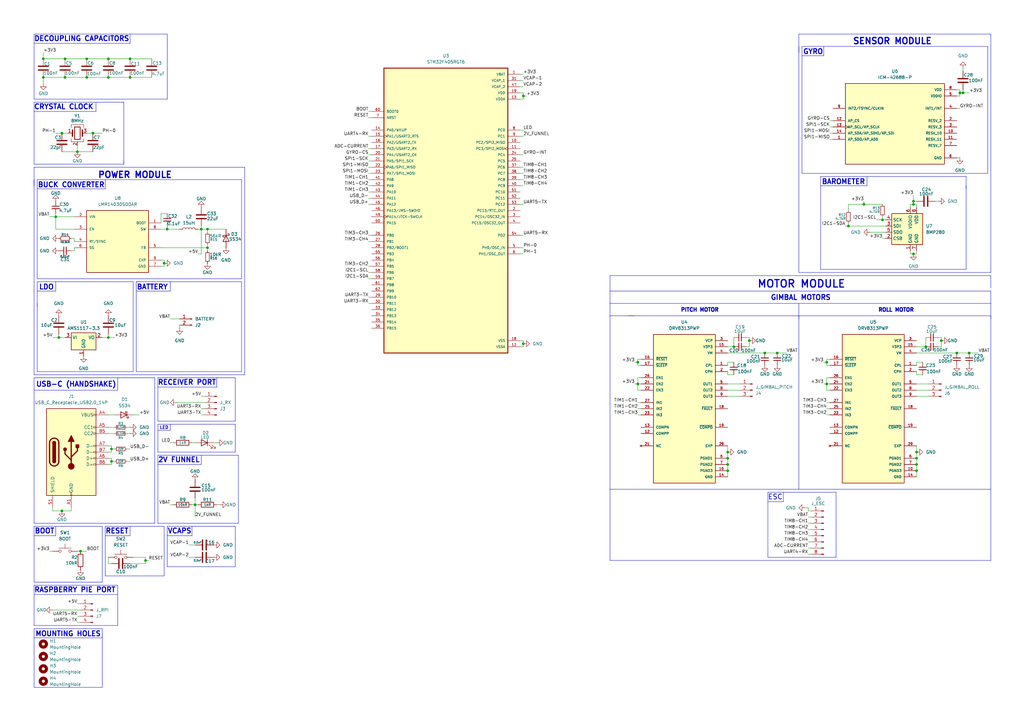
<source format=kicad_sch>
(kicad_sch (version 20250114) (generator "eeschema") (generator_version "9.0")
  (paper "A3")
  (title_block (title "CUSTOM DRONE PCB") (rev "1"))
  (lib_symbols
    (symbol "Connector:Conn_01x02_Pin" (pin_names (offset 1.016) (hide yes))
      (property "Reference" "J" (at 0 2.54 0))
      (property "Value" "Conn_01x02_Pin" (at 0 -5.08 0))
      (symbol "Conn_01x02_Pin_1_1"
        (pin passive line (at 5.08 0 180) (length 3.81) (name "Pin_1") (number "1"))
        (pin passive line (at 5.08 -2.54 180) (length 3.81) (name "Pin_2") (number "2"))
      )
    )
    (symbol "Connector:Conn_01x03_Pin" (pin_names (offset 1.016) (hide yes))
      (property "Reference" "J" (at 0 5.08 0))
      (property "Value" "Conn_01x03_Pin" (at 0 -5.08 0))
      (symbol "Conn_01x03_Pin_1_1"
        (pin passive line (at 5.08 2.54 180) (length 3.81) (name "Pin_1") (number "1"))
        (pin passive line (at 5.08 0 180) (length 3.81) (name "Pin_2") (number "2"))
        (pin passive line (at 5.08 -2.54 180) (length 3.81) (name "Pin_3") (number "3"))
      )
    )
    (symbol "Connector:Conn_01x04_Pin" (pin_names (offset 1.016) (hide yes))
      (property "Reference" "J" (at 0 5.08 0))
      (property "Value" "Conn_01x04_Pin" (at 0 -7.62 0))
      (symbol "Conn_01x04_Pin_1_1"
        (pin passive line (at 5.08 2.54 180) (length 3.81) (name "Pin_1") (number "1"))
        (pin passive line (at 5.08 0 180) (length 3.81) (name "Pin_2") (number "2"))
        (pin passive line (at 5.08 -2.54 180) (length 3.81) (name "Pin_3") (number "3"))
        (pin passive line (at 5.08 -5.08 180) (length 3.81) (name "Pin_4") (number "4"))
      )
    )
    (symbol "Connector:Conn_01x08_Pin" (pin_names (offset 1.016) (hide yes))
      (property "Reference" "J" (at 0 10.16 0))
      (property "Value" "Conn_01x08_Pin" (at 0 -12.7 0))
      (symbol "Conn_01x08_Pin_1_1"
        (pin passive line (at 5.08 7.62 180) (length 3.81) (name "Pin_1") (number "1"))
        (pin passive line (at 5.08 5.08 180) (length 3.81) (name "Pin_2") (number "2"))
        (pin passive line (at 5.08 2.54 180) (length 3.81) (name "Pin_3") (number "3"))
        (pin passive line (at 5.08 0 180) (length 3.81) (name "Pin_4") (number "4"))
        (pin passive line (at 5.08 -2.54 180) (length 3.81) (name "Pin_5") (number "5"))
        (pin passive line (at 5.08 -5.08 180) (length 3.81) (name "Pin_6") (number "6"))
        (pin passive line (at 5.08 -7.62 180) (length 3.81) (name "Pin_7") (number "7"))
        (pin passive line (at 5.08 -10.16 180) (length 3.81) (name "Pin_8") (number "8"))
      )
    )
    (symbol "Connector:USB_C_Receptacle_USB2.0_14P" (pin_names (offset 1.016))
      (property "Reference" "J" (at 0 22.225 0))
      (property "Value" "USB_C_Receptacle_USB2.0_14P" (at 0 19.685 0))
      (symbol "USB_C_Receptacle_USB2.0_14P_1_1"
        (pin passive line (at -7.62 -22.86 90) (length 5.08) (name "SHIELD") (number "S1"))
        (pin passive line (at 0 -22.86 90) (length 5.08) (name "GND") (number "A1"))
        (pin passive line (at 0 -22.86 90) (length 5.08) (hide yes) (name "GND") (number "A12"))
        (pin passive line (at 0 -22.86 90) (length 5.08) (hide yes) (name "GND") (number "B1"))
        (pin passive line (at 0 -22.86 90) (length 5.08) (hide yes) (name "GND") (number "B12"))
        (pin passive line (at 15.24 15.24 180) (length 5.08) (name "VBUS") (number "A4"))
        (pin passive line (at 15.24 15.24 180) (length 5.08) (hide yes) (name "VBUS") (number "A9"))
        (pin passive line (at 15.24 15.24 180) (length 5.08) (hide yes) (name "VBUS") (number "B4"))
        (pin passive line (at 15.24 15.24 180) (length 5.08) (hide yes) (name "VBUS") (number "B9"))
        (pin bidirectional line (at 15.24 10.16 180) (length 5.08) (name "CC1") (number "A5"))
        (pin bidirectional line (at 15.24 7.62 180) (length 5.08) (name "CC2") (number "B5"))
        (pin bidirectional line (at 15.24 2.54 180) (length 5.08) (name "D-") (number "A7"))
        (pin bidirectional line (at 15.24 0 180) (length 5.08) (name "D-") (number "B7"))
        (pin bidirectional line (at 15.24 -2.54 180) (length 5.08) (name "D+") (number "A6"))
        (pin bidirectional line (at 15.24 -5.08 180) (length 5.08) (name "D+") (number "B6"))
      )
    )
    (symbol "DRV8313PWP:DRV8313PWP" (pin_names (offset 1.016))
      (property "Reference" "U" (at -12.7 31.48 0))
      (property "Value" "DRV8313PWP" (at -12.7 -33.02 0))
      (symbol "DRV8313PWP_0_0"
        (pin input line (at -17.78 20.32 0) (length 5.08) (name "~{RESET}") (number "16"))
        (pin input line (at -17.78 17.78 0) (length 5.08) (name "~{SLEEP}") (number "17"))
        (pin input line (at -17.78 12.7 0) (length 5.08) (name "EN1") (number "26"))
        (pin input line (at -17.78 10.16 0) (length 5.08) (name "EN2") (number "24"))
        (pin input line (at -17.78 7.62 0) (length 5.08) (name "EN3") (number "22"))
        (pin input line (at -17.78 2.54 0) (length 5.08) (name "IN1") (number "27"))
        (pin input line (at -17.78 0 0) (length 5.08) (name "IN2") (number "25"))
        (pin input line (at -17.78 -2.54 0) (length 5.08) (name "IN3") (number "23"))
        (pin input line (at -17.78 -7.62 0) (length 5.08) (name "COMPN") (number "13"))
        (pin input line (at -17.78 -10.16 0) (length 5.08) (name "COMPP") (number "12"))
        (pin no_connect line (at -17.78 -15.24 0) (length 5.08) (name "NC") (number "21"))
        (pin power_in line (at 17.78 27.94 180) (length 5.08) (name "VCP") (number "3"))
        (pin power_in line (at 17.78 25.4 180) (length 5.08) (name "V3P3") (number "15"))
        (pin power_in line (at 17.78 22.86 180) (length 5.08) (hide yes) (name "VM") (number "11"))
        (pin power_in line (at 17.78 22.86 180) (length 5.08) (name "VM") (number "4"))
        (pin power_in line (at 17.78 17.78 180) (length 5.08) (name "CPL") (number "1"))
        (pin power_in line (at 17.78 15.24 180) (length 5.08) (name "CPH") (number "2"))
        (pin output line (at 17.78 10.16 180) (length 5.08) (name "OUT1") (number "5"))
        (pin output line (at 17.78 7.62 180) (length 5.08) (name "OUT2") (number "8"))
        (pin output line (at 17.78 5.08 180) (length 5.08) (name "OUT3") (number "9"))
        (pin output line (at 17.78 0 180) (length 5.08) (name "~{FAULT}") (number "18"))
        (pin output line (at 17.78 -7.62 180) (length 5.08) (name "~{COMPO}") (number "19"))
        (pin power_in line (at 17.78 -15.24 180) (length 5.08) (name "EXP") (number "29"))
        (pin power_in line (at 17.78 -20.32 180) (length 5.08) (name "PGND1") (number "6"))
        (pin power_in line (at 17.78 -22.86 180) (length 5.08) (name "PGND2") (number "7"))
        (pin power_in line (at 17.78 -25.4 180) (length 5.08) (name "PGND3") (number "10"))
        (pin power_in line (at 17.78 -27.94 180) (length 5.08) (name "GND") (number "14"))
        (pin power_in line (at 17.78 -27.94 180) (length 5.08) (hide yes) (name "GND") (number "20"))
        (pin power_in line (at 17.78 -27.94 180) (length 5.08) (hide yes) (name "GND") (number "28"))
      )
    )
    (symbol "Device:C" (pin_numbers (hide yes)) (pin_names (offset 0.254))
      (property "Reference" "C" (at 0.635 2.54 0))
      (property "Value" "C" (at 0.635 -2.54 0))
      (symbol "C_1_1"
        (pin passive line (at 0 3.81 270) (length 2.794) (name "~") (number "1"))
        (pin passive line (at 0 -3.81 90) (length 2.794) (name "~") (number "2"))
      )
    )
    (symbol "Device:C_Small" (pin_numbers (hide yes)) (pin_names (offset 0.254) (hide yes))
      (property "Reference" "C" (at 0.254 1.778 0))
      (property "Value" "C_Small" (at 0.254 -2.032 0))
      (symbol "C_Small_1_1"
        (pin passive line (at 0 2.54 270) (length 2.032) (name "~") (number "1"))
        (pin passive line (at 0 -2.54 90) (length 2.032) (name "~") (number "2"))
      )
    )
    (symbol "Device:Crystal_GND24" (pin_names (offset 1.016) (hide yes))
      (property "Reference" "Y" (at 3.175 5.08 0))
      (property "Value" "Crystal_GND24" (at 3.175 3.175 0))
      (symbol "Crystal_GND24_1_1"
        (pin passive line (at -3.81 0 0) (length 1.27) (name "1") (number "1"))
        (pin passive line (at 0 -5.08 90) (length 1.27) (name "G") (number "2"))
        (pin passive line (at 0 -5.08 90) (length 1.27) (hide yes) (name "G") (number "4"))
        (pin passive line (at 3.81 0 180) (length 1.27) (name "3") (number "3"))
      )
    )
    (symbol "Device:L" (pin_numbers (hide yes)) (pin_names (offset 1.016) (hide yes))
      (property "Reference" "L" (at -1.27 0 90))
      (property "Value" "L" (at 1.905 0 90))
      (symbol "L_1_1"
        (pin passive line (at 0 3.81 270) (length 1.27) (name "1") (number "1"))
        (pin passive line (at 0 -3.81 90) (length 1.27) (name "2") (number "2"))
      )
    )
    (symbol "Device:LED" (pin_numbers (hide yes)) (pin_names (offset 1.016) (hide yes))
      (property "Reference" "D" (at 0 2.54 0))
      (property "Value" "LED" (at 0 -2.54 0))
      (symbol "LED_1_1"
        (pin passive line (at -3.81 0 0) (length 2.54) (name "K") (number "1"))
        (pin passive line (at 3.81 0 180) (length 2.54) (name "A") (number "2"))
      )
    )
    (symbol "Device:R" (pin_numbers (hide yes)) (pin_names (offset 0))
      (property "Reference" "R" (at 2.032 0 90))
      (property "Value" "R" (at 0 0 90))
      (symbol "R_1_1"
        (pin passive line (at 0 3.81 270) (length 1.27) (name "~") (number "1"))
        (pin passive line (at 0 -3.81 90) (length 1.27) (name "~") (number "2"))
      )
    )
    (symbol "Device:R_Small" (pin_numbers (hide yes)) (pin_names (offset 0.254) (hide yes))
      (property "Reference" "R" (at 0 0 90))
      (property "Value" "R_Small" (at 1.778 0 90))
      (symbol "R_Small_1_1"
        (pin passive line (at 0 2.54 270) (length 0.762) (name "~") (number "1"))
        (pin passive line (at 0 -2.54 90) (length 0.762) (name "~") (number "2"))
      )
    )
    (symbol "Diode:SS34" (pin_numbers (hide yes)) (pin_names (offset 1.016) (hide yes))
      (property "Reference" "D" (at 0 2.54 0))
      (property "Value" "SS34" (at 0 -2.54 0))
      (symbol "SS34_1_1"
        (pin passive line (at -3.81 0 0) (length 2.54) (name "K") (number "1"))
        (pin passive line (at 3.81 0 180) (length 2.54) (name "A") (number "2"))
      )
    )
    (symbol "ICM-42688-P:ICM-42688-P" (pin_names (offset 1.016))
      (property "Reference" "U" (at -20.32 16.002 0))
      (property "Value" "ICM-42688-P" (at -20.32 -20.32 0))
      (symbol "ICM-42688-P_0_0"
        (pin bidirectional line (at -25.4 5.08 0) (length 5.08) (name "INT2/FSYNC/CLKIN") (number "9"))
        (pin input line (at -25.4 0 0) (length 5.08) (name "AP_CS") (number "12"))
        (pin input clock (at -25.4 -2.54 0) (length 5.08) (name "AP_SCL/AP_SCLK") (number "13"))
        (pin bidirectional line (at -25.4 -5.08 0) (length 5.08) (name "AP_SDA/AP_SDIO/AP_SDI") (number "14"))
        (pin bidirectional line (at -25.4 -7.62 0) (length 5.08) (name "AP_SDO/AP_AD0") (number "1"))
        (pin power_in line (at 25.4 12.7 180) (length 5.08) (name "VDD") (number "8"))
        (pin power_in line (at 25.4 10.16 180) (length 5.08) (name "VDDIO") (number "5"))
        (pin output line (at 25.4 5.08 180) (length 5.08) (name "INT1/INT") (number "4"))
        (pin passive line (at 25.4 0 180) (length 5.08) (name "RESV_2") (number "2"))
        (pin passive line (at 25.4 -2.54 180) (length 5.08) (name "RESV_3") (number "3"))
        (pin passive line (at 25.4 -5.08 180) (length 5.08) (name "RESV_10") (number "10"))
        (pin passive line (at 25.4 -7.62 180) (length 5.08) (name "RESV_11") (number "11"))
        (pin passive line (at 25.4 -10.16 180) (length 5.08) (name "RESV_7") (number "7"))
        (pin power_in line (at 25.4 -15.24 180) (length 5.08) (name "GND") (number "6"))
      )
    )
    (symbol "LMR14030SDDAR:LMR14030SDDAR" (pin_names (offset 1.016))
      (property "Reference" "U" (at -12.7 13.97 0))
      (property "Value" "LMR14030SDDAR" (at -12.7 -15.24 0))
      (symbol "LMR14030SDDAR_0_0"
        (pin input line (at -17.78 10.16 0) (length 5.08) (name "VIN") (number "2"))
        (pin input line (at -17.78 5.08 0) (length 5.08) (name "EN") (number "3"))
        (pin input line (at -17.78 0 0) (length 5.08) (name "RT/SYNC") (number "4"))
        (pin output line (at -17.78 -2.54 0) (length 5.08) (name "SS") (number "6"))
        (pin output line (at 17.78 7.62 180) (length 5.08) (name "BOOT") (number "1"))
        (pin output line (at 17.78 5.08 180) (length 5.08) (name "SW") (number "8"))
        (pin input line (at 17.78 -2.54 180) (length 5.08) (name "FB") (number "5"))
        (pin power_in line (at 17.78 -7.62 180) (length 5.08) (name "EXP") (number "9"))
        (pin power_in line (at 17.78 -7.62 180) (length 5.08) (hide yes) (name "EXP") (number "V1"))
        (pin power_in line (at 17.78 -7.62 180) (length 5.08) (hide yes) (name "EXP") (number "V2"))
        (pin power_in line (at 17.78 -7.62 180) (length 5.08) (hide yes) (name "EXP") (number "V3"))
        (pin power_in line (at 17.78 -7.62 180) (length 5.08) (hide yes) (name "EXP") (number "V4"))
        (pin power_in line (at 17.78 -7.62 180) (length 5.08) (hide yes) (name "EXP") (number "V5"))
        (pin power_in line (at 17.78 -7.62 180) (length 5.08) (hide yes) (name "EXP") (number "V6"))
        (pin power_in line (at 17.78 -10.16 180) (length 5.08) (name "GND") (number "7"))
      )
    )
    (symbol "Mechanical:MountingHole" (pin_names (offset 1.016)) (in_bom no)
      (property "Reference" "H" (at 0 5.08 0))
      (property "Value" "MountingHole" (at 0 3.175 0))
    )
    (symbol "Regulator_Linear:AMS1117-3.3"
      (property "Reference" "U" (at -3.81 3.175 0))
      (property "Value" "AMS1117-3.3" (at 0 3.175 0))
      (symbol "AMS1117-3.3_1_1"
        (pin power_in line (at -7.62 0 0) (length 2.54) (name "VI") (number "3"))
        (pin power_in line (at 0 -7.62 90) (length 2.54) (name "GND") (number "1"))
        (pin power_out line (at 7.62 0 180) (length 2.54) (name "VO") (number "2"))
      )
    )
    (symbol "STM32F405RGT6:STM32F405RGT6" (pin_names (offset 1.016))
      (property "Reference" "U" (at -25.6442 59.5578 0))
      (property "Value" "STM32F405RGT6" (at -25.6043 -62.5602 0))
      (symbol "STM32F405RGT6_0_0"
        (pin bidirectional line (at -30.48 40.64 0) (length 5.08) (name "BOOT0") (number "60"))
        (pin bidirectional line (at -30.48 38.1 0) (length 5.08) (name "NRST") (number "7"))
        (pin bidirectional line (at -30.48 33.02 0) (length 5.08) (name "PA0/WKUP") (number "14"))
        (pin bidirectional clock (at -30.48 30.48 0) (length 5.08) (name "PA1/USART2_RTS") (number "15"))
        (pin bidirectional line (at -30.48 27.94 0) (length 5.08) (name "PA2/USART2_TX") (number "16"))
        (pin bidirectional line (at -30.48 25.4 0) (length 5.08) (name "PA3/USART2_RX") (number "17"))
        (pin bidirectional line (at -30.48 22.86 0) (length 5.08) (name "PA4/USART2_CK") (number "20"))
        (pin bidirectional line (at -30.48 20.32 0) (length 5.08) (name "PA5/SPI1_SCK") (number "21"))
        (pin bidirectional clock (at -30.48 17.78 0) (length 5.08) (name "PA6/SPI1_MISO") (number "22"))
        (pin bidirectional line (at -30.48 15.24 0) (length 5.08) (name "PA7/SPI1_MOSI") (number "23"))
        (pin bidirectional line (at -30.48 12.7 0) (length 5.08) (name "PA8") (number "41"))
        (pin bidirectional line (at -30.48 10.16 0) (length 5.08) (name "PA9") (number "42"))
        (pin bidirectional line (at -30.48 7.62 0) (length 5.08) (name "PA10") (number "43"))
        (pin bidirectional line (at -30.48 5.08 0) (length 5.08) (name "PA11") (number "44"))
        (pin bidirectional line (at -30.48 2.54 0) (length 5.08) (name "PA12") (number "45"))
        (pin bidirectional line (at -30.48 0 0) (length 5.08) (name "PA13/JMS-SWDIO") (number "46"))
        (pin bidirectional clock (at -30.48 -2.54 0) (length 5.08) (name "PA14/JTCK-SWCLK") (number "49"))
        (pin bidirectional line (at -30.48 -5.08 0) (length 5.08) (name "PA15") (number "50"))
        (pin bidirectional line (at -30.48 -10.16 0) (length 5.08) (name "PB0") (number "26"))
        (pin bidirectional line (at -30.48 -12.7 0) (length 5.08) (name "PB1") (number "27"))
        (pin bidirectional line (at -30.48 -15.24 0) (length 5.08) (name "PB2/BOOT1") (number "28"))
        (pin bidirectional line (at -30.48 -17.78 0) (length 5.08) (name "PB3") (number "55"))
        (pin bidirectional line (at -30.48 -20.32 0) (length 5.08) (name "PB4") (number "56"))
        (pin bidirectional line (at -30.48 -22.86 0) (length 5.08) (name "PB5") (number "57"))
        (pin bidirectional line (at -30.48 -25.4 0) (length 5.08) (name "PB6") (number "58"))
        (pin bidirectional line (at -30.48 -27.94 0) (length 5.08) (name "PB7") (number "59"))
        (pin bidirectional line (at -30.48 -30.48 0) (length 5.08) (name "PB8") (number "61"))
        (pin bidirectional line (at -30.48 -33.02 0) (length 5.08) (name "PB9") (number "62"))
        (pin bidirectional line (at -30.48 -35.56 0) (length 5.08) (name "PB10") (number "29"))
        (pin bidirectional line (at -30.48 -38.1 0) (length 5.08) (name "PB11") (number "30"))
        (pin bidirectional line (at -30.48 -40.64 0) (length 5.08) (name "PB12") (number "33"))
        (pin bidirectional line (at -30.48 -43.18 0) (length 5.08) (name "PB13") (number "34"))
        (pin bidirectional line (at -30.48 -45.72 0) (length 5.08) (name "PB14") (number "35"))
        (pin bidirectional line (at -30.48 -48.26 0) (length 5.08) (name "PB15") (number "36"))
        (pin power_in line (at 30.48 55.88 180) (length 5.08) (name "VBAT") (number "1"))
        (pin power_in line (at 30.48 53.34 180) (length 5.08) (name "VCAP_1") (number "31"))
        (pin power_in line (at 30.48 50.8 180) (length 5.08) (name "VCAP_2") (number "47"))
        (pin power_in line (at 30.48 48.26 180) (length 5.08) (name "VDD") (number "19"))
        (pin power_in line (at 30.48 48.26 180) (length 5.08) (hide yes) (name "VDD") (number "32"))
        (pin power_in line (at 30.48 48.26 180) (length 5.08) (hide yes) (name "VDD") (number "48"))
        (pin power_in line (at 30.48 48.26 180) (length 5.08) (hide yes) (name "VDD") (number "64"))
        (pin power_in line (at 30.48 45.72 180) (length 5.08) (name "VDDA") (number "13"))
        (pin bidirectional line (at 30.48 33.02 180) (length 5.08) (name "PC0") (number "8"))
        (pin bidirectional line (at 30.48 30.48 180) (length 5.08) (name "PC1") (number "9"))
        (pin bidirectional line (at 30.48 27.94 180) (length 5.08) (name "PC2/SPI2_MISO") (number "10"))
        (pin bidirectional clock (at 30.48 25.4 180) (length 5.08) (name "PC3/SPI2_MOSI") (number "11"))
        (pin bidirectional line (at 30.48 22.86 180) (length 5.08) (name "PC4") (number "24"))
        (pin bidirectional line (at 30.48 20.32 180) (length 5.08) (name "PC5") (number "25"))
        (pin bidirectional line (at 30.48 17.78 180) (length 5.08) (name "PC6") (number "37"))
        (pin bidirectional line (at 30.48 15.24 180) (length 5.08) (name "PC7") (number "38"))
        (pin bidirectional line (at 30.48 12.7 180) (length 5.08) (name "PC8") (number "39"))
        (pin bidirectional line (at 30.48 10.16 180) (length 5.08) (name "PC9") (number "40"))
        (pin bidirectional line (at 30.48 7.62 180) (length 5.08) (name "PC10") (number "51"))
        (pin bidirectional line (at 30.48 5.08 180) (length 5.08) (name "PC11") (number "52"))
        (pin bidirectional line (at 30.48 2.54 180) (length 5.08) (name "PC12") (number "53"))
        (pin bidirectional line (at 30.48 0 180) (length 5.08) (name "PC13/RTC_OUT") (number "2"))
        (pin bidirectional line (at 30.48 -2.54 180) (length 5.08) (name "PC14/OSC32_IN") (number "3"))
        (pin bidirectional line (at 30.48 -5.08 180) (length 5.08) (name "PC15/OSC32_OUT") (number "4"))
        (pin bidirectional line (at 30.48 -10.16 180) (length 5.08) (name "PD2") (number "54"))
        (pin bidirectional line (at 30.48 -15.24 180) (length 5.08) (name "PH0/OSC_IN") (number "5"))
        (pin bidirectional line (at 30.48 -17.78 180) (length 5.08) (name "PH1/OSC_OUT") (number "6"))
        (pin power_in line (at 30.48 -53.34 180) (length 5.08) (name "VSS") (number "18"))
        (pin power_in line (at 30.48 -53.34 180) (length 5.08) (hide yes) (name "VSS") (number "63"))
        (pin power_in line (at 30.48 -55.88 180) (length 5.08) (name "VSSA") (number "12"))
      )
    )
    (symbol "Sensor_Pressure:BMP280"
      (property "Reference" "U" (at -7.62 10.16 0))
      (property "Value" "BMP280" (at 5.08 10.16 0))
      (symbol "BMP280_1_1"
        (pin input line (at -10.16 5.08 0) (length 2.54) (name "SCK") (number "4"))
        (pin bidirectional line (at -10.16 2.54 0) (length 2.54) (name "SDI") (number "3"))
        (pin bidirectional line (at -10.16 0 0) (length 2.54) (name "SDO") (number "5"))
        (pin input line (at -10.16 -2.54 0) (length 2.54) (name "CSB") (number "2"))
        (pin power_in line (at 0 10.16 270) (length 2.54) (name "VDDIO") (number "6"))
        (pin power_in line (at 0 -7.62 90) (length 2.54) (name "GND") (number "1"))
        (pin power_in line (at 2.54 10.16 270) (length 2.54) (name "VDD") (number "8"))
        (pin power_in line (at 2.54 -7.62 90) (length 2.54) (name "GND") (number "7"))
      )
    )
    (symbol "Switch:SW_Push" (pin_numbers (hide yes)) (pin_names (offset 1.016) (hide yes))
      (property "Reference" "SW" (at 1.27 2.54 0))
      (property "Value" "SW_Push" (at 0 -1.524 0))
      (symbol "SW_Push_0_1"
        (pin passive line (at -5.08 0 0) (length 2.54) (name "1") (number "1"))
        (pin passive line (at 5.08 0 180) (length 2.54) (name "2") (number "2"))
      )
    )
    (symbol "power:GND" (power) (pin_numbers (hide yes)) (pin_names (offset 0) (hide yes))
      (property "Value" "GND" (at 0 -3.81 0))
      (symbol "GND_1_1"
        (pin power_in line (at 0 0 270) (length 0) (name "~") (number "1"))
      )
    )
  )
  (text "RECEIVER PORT" (at 76.708 156.972 0) (effects (font (size 2.032 2.032) (thickness 0.4064) (bold yes))))
  (text "BAROMETER" (at 345.948 74.676 0) (effects (font (size 2.032 2.032) (thickness 0.4064) (bold yes))))
  (text "GIMBAL MOTORS" (at 328.422 122.174 0) (effects (font (size 2.032 2.032) (thickness 0.4064) (bold yes))))
  (text "VCAPS" (at 73.66 217.932 0) (effects (font (size 2.032 2.032) (thickness 0.4064) (bold yes))))
  (text "LED" (at 67.31 175.514 0) (effects (font (size 1.27 1.27) (thickness 0.254) (bold yes))))
  (text "BUCK CONVERTER" (at 29.21 75.946 0) (effects (font (size 2.032 2.032) (thickness 0.4064) (bold yes))))
  (text "ESC" (at 318.008 203.962 0) (effects (font (size 2.032 2.032) (thickness 0.254) (bold yes))))
  (text "RESET" (at 48.006 217.932 0) (effects (font (size 2.032 2.032) (thickness 0.4064) (bold yes))))
  (text "GYRO" (at 333.502 21.336 0) (effects (font (size 2.032 2.032) (thickness 0.4064) (bold yes))))
  (text "CRYSTAL CLOCK" (at 26.162 43.942 0) (effects (font (size 2.032 2.032) (thickness 0.4064) (bold yes))))
  (text "RASPBERRY PIE PORT" (at 30.734 242.062 0) (effects (font (size 2.032 2.032) (thickness 0.4064) (bold yes))))
  (text "ROLL MOTOR" (at 367.538 127.254 0) (effects (font (size 1.524 1.524) (thickness 0.4064) (bold yes))))
  (text "DECOUPLING CAPACITORS" (at 33.528 16.002 0) (effects (font (size 2.032 2.032) (thickness 0.4064) (bold yes))))
  (text "PITCH MOTOR" (at 287.02 127.254 0) (effects (font (size 1.524 1.524) (thickness 0.4064) (bold yes))))
  (text "LDO" (at 19.05 117.856 0) (effects (font (size 2.032 2.032) (thickness 0.4064) (bold yes))))
  (text "2V FUNNEL" (at 73.406 188.722 0) (effects (font (size 2.032 2.032) (thickness 0.4064) (bold yes))))
  (text "MOUNTING HOLES" (at 27.94 260.096 0) (effects (font (size 2.032 2.032) (thickness 0.4064) (bold yes))))
  (text "BOOT" (at 18.288 217.932 0) (effects (font (size 2.032 2.032) (thickness 0.4064) (bold yes))))
  (text "SENSOR MODULE" (at 366.014 17.018 0) (effects (font (size 2.54 2.54) (thickness 0.508) (bold yes))))
  (text "BATTERY" (at 62.484 117.856 0) (effects (font (size 2.032 2.032) (thickness 0.4064) (bold yes))))
  (text "POWER MODULE" (at 55.372 71.882 0) (effects (font (size 2.54 2.54) (thickness 0.508) (bold yes))))
  (text "USB-C (HANDSHAKE)" (at 31.242 157.734 0) (effects (font (size 2.032 2.032) (thickness 0.4064) (bold yes))))
  (text "MOTOR MODULE" (at 328.676 116.586 0) (effects (font (size 3.048 3.048) (thickness 0.508) (bold yes))))
  (junction (at 214.63 39.37))
  (junction (at 44.45 138.43))
  (junction (at 361.95 90.17))
  (junction (at 45.72 189.23))
  (junction (at 33.02 226.06))
  (junction (at 82.55 93.98))
  (junction (at 354.33 83.82))
  (junction (at 38.1 54.61))
  (junction (at 374.65 104.14))
  (junction (at 375.92 185.42))
  (junction (at 24.13 138.43))
  (junction (at 26.67 24.13))
  (junction (at 85.09 93.98))
  (junction (at 379.73 142.24))
  (junction (at 67.31 107.95))
  (junction (at 298.45 187.96))
  (junction (at 375.92 193.04))
  (junction (at 261.62 157.48))
  (junction (at 53.34 31.75))
  (junction (at 300.99 142.24))
  (junction (at 214.63 140.97))
  (junction (at 59.69 229.87))
  (junction (at 261.62 148.59))
  (junction (at 44.45 24.13))
  (junction (at 393.7 38.1))
  (junction (at 85.09 101.6))
  (junction (at 307.34 139.7))
  (junction (at 26.67 31.75))
  (junction (at 68.58 93.98))
  (junction (at 374.65 82.55))
  (junction (at 318.77 144.78))
  (junction (at 45.72 184.15))
  (junction (at 298.45 193.04))
  (junction (at 53.34 24.13))
  (junction (at 25.4 54.61))
  (junction (at 347.98 92.71))
  (junction (at 25.4 209.55))
  (junction (at 80.01 207.01))
  (junction (at 339.09 148.59))
  (junction (at 339.09 157.48))
  (junction (at 394.97 38.1))
  (junction (at 17.78 31.75))
  (junction (at 17.78 24.13))
  (junction (at 375.92 187.96))
  (junction (at 44.45 31.75))
  (junction (at 22.86 88.9))
  (junction (at 374.65 83.82))
  (junction (at 313.69 144.78))
  (junction (at 298.45 185.42))
  (junction (at 397.51 144.78))
  (junction (at 31.75 62.23))
  (junction (at 35.56 24.13))
  (junction (at 386.08 139.7))
  (junction (at 298.45 190.5))
  (junction (at 35.56 31.75))
  (junction (at 392.43 144.78))
  (junction (at 375.92 190.5))
  (wire (pts (xy 213.36 30.48) (xy 214.63 30.48)))
  (wire (pts (xy 375.92 190.5) (xy 375.92 193.04)))
  (wire (pts (xy 213.36 96.52) (xy 214.63 96.52)))
  (polyline (pts (xy 13.97 243.84) (xy 48.26 243.84)))
  (wire (pts (xy 331.47 208.28) (xy 330.2 208.28)))
  (wire (pts (xy 72.39 165.1) (xy 83.82 165.1)))
  (wire (pts (xy 298.45 187.96) (xy 298.45 190.5)))
  (wire (pts (xy 356.87 95.25) (xy 363.22 95.25)))
  (wire (pts (xy 347.98 91.44) (xy 347.98 92.71)))
  (polyline (pts (xy 328.93 19.05) (xy 405.13 19.05)))
  (wire (pts (xy 307.34 139.7) (xy 307.34 142.24)))
  (polyline (pts (xy 336.55 110.49) (xy 336.55 72.39)))
  (wire (pts (xy 151.13 111.76) (xy 152.4 111.76)))
  (polyline (pts (xy 321.31 205.74) (xy 321.31 201.93)))
  (wire (pts (xy 298.45 152.4) (xy 298.45 153.67)))
  (wire (pts (xy 375.92 157.48) (xy 381 157.48)))
  (wire (pts (xy 35.56 226.06) (xy 33.02 226.06)))
  (polyline (pts (xy 13.97 153.67) (xy 100.33 153.67)))
  (wire (pts (xy 261.62 160.02) (xy 262.89 160.02)))
  (polyline (pts (xy 41.91 215.9) (xy 41.91 219.71)))
  (wire (pts (xy 151.13 96.52) (xy 152.4 96.52)))
  (wire (pts (xy 261.62 154.94) (xy 261.62 157.48)))
  (wire (pts (xy 386.08 138.43) (xy 386.08 139.7)))
  (wire (pts (xy 337.82 157.48) (xy 339.09 157.48)))
  (wire (pts (xy 151.13 99.06) (xy 152.4 99.06)))
  (polyline (pts (xy 406.4 13.97) (xy 327.66 13.97)))
  (polyline (pts (xy 13.97 154.94) (xy 13.97 214.63)))
  (wire (pts (xy 298.45 182.88) (xy 298.45 185.42)))
  (wire (pts (xy 45.72 189.23) (xy 45.72 190.5)))
  (wire (pts (xy 339.09 170.18) (xy 340.36 170.18)))
  (wire (pts (xy 331.47 217.17) (xy 332.74 217.17)))
  (polyline (pts (xy 69.85 119.38) (xy 69.85 115.57)))
  (wire (pts (xy 213.36 38.1) (xy 214.63 38.1)))
  (wire (pts (xy 392.43 144.78) (xy 397.51 144.78)))
  (polyline (pts (xy 13.97 73.66) (xy 13.97 153.67)))
  (wire (pts (xy 373.38 83.82) (xy 374.65 83.82)))
  (wire (pts (xy 78.74 207.01) (xy 80.01 207.01)))
  (wire (pts (xy 29.21 97.79) (xy 30.48 97.79)))
  (wire (pts (xy 33.02 226.06) (xy 31.75 226.06)))
  (polyline (pts (xy 96.52 220.98) (xy 96.52 232.41)))
  (wire (pts (xy 80.01 207.01) (xy 80.01 212.09)))
  (polyline (pts (xy 99.06 114.3) (xy 99.06 73.66)))
  (polyline (pts (xy 13.97 45.72) (xy 39.37 45.72)))
  (wire (pts (xy 340.36 49.53) (xy 341.63 49.53)))
  (wire (pts (xy 393.7 39.37) (xy 392.43 39.37)))
  (wire (pts (xy 213.36 73.66) (xy 214.63 73.66)))
  (wire (pts (xy 214.63 139.7) (xy 214.63 140.97)))
  (polyline (pts (xy 15.24 124.46) (xy 15.24 152.4)))
  (wire (pts (xy 21.59 209.55) (xy 25.4 209.55)))
  (wire (pts (xy 213.36 71.12) (xy 214.63 71.12)))
  (wire (pts (xy 17.78 31.75) (xy 17.78 34.29)))
  (wire (pts (xy 214.63 38.1) (xy 214.63 39.37)))
  (polyline (pts (xy 17.78 40.64) (xy 68.58 40.64)))
  (wire (pts (xy 20.32 88.9) (xy 22.86 88.9)))
  (wire (pts (xy 394.97 27.94) (xy 394.97 29.21)))
  (wire (pts (xy 261.62 157.48) (xy 262.89 157.48)))
  (polyline (pts (xy 55.88 115.57) (xy 57.15 115.57)))
  (wire (pts (xy 298.45 190.5) (xy 298.45 193.04)))
  (wire (pts (xy 347.98 83.82) (xy 354.33 83.82)))
  (wire (pts (xy 85.09 100.33) (xy 85.09 101.6)))
  (polyline (pts (xy 327.66 111.76) (xy 406.4 111.76)))
  (wire (pts (xy 331.47 212.09) (xy 332.74 212.09)))
  (polyline (pts (xy 396.24 76.2) (xy 396.24 110.49)))
  (wire (pts (xy 31.75 252.73) (xy 33.02 252.73)))
  (wire (pts (xy 384.81 138.43) (xy 386.08 138.43)))
  (wire (pts (xy 59.69 229.87) (xy 59.69 228.6)))
  (wire (pts (xy 17.78 31.75) (xy 26.67 31.75)))
  (wire (pts (xy 81.28 104.14) (xy 82.55 104.14)))
  (wire (pts (xy 82.55 162.56) (xy 83.82 162.56)))
  (wire (pts (xy 53.34 31.75) (xy 62.23 31.75)))
  (wire (pts (xy 213.36 101.6) (xy 214.63 101.6)))
  (wire (pts (xy 22.86 88.9) (xy 30.48 88.9)))
  (wire (pts (xy 35.56 54.61) (xy 38.1 54.61)))
  (polyline (pts (xy 22.86 219.71) (xy 22.86 217.17)))
  (wire (pts (xy 373.38 102.87) (xy 373.38 104.14)))
  (polyline (pts (xy 63.5 154.94) (xy 63.5 214.63)))
  (wire (pts (xy 354.33 82.55) (xy 354.33 83.82)))
  (wire (pts (xy 298.45 157.48) (xy 303.53 157.48)))
  (polyline (pts (xy 68.58 215.9) (xy 96.52 215.9)))
  (wire (pts (xy 386.08 142.24) (xy 384.81 142.24)))
  (wire (pts (xy 17.78 21.59) (xy 17.78 24.13)))
  (wire (pts (xy 151.13 121.92) (xy 152.4 121.92)))
  (polyline (pts (xy 68.58 40.64) (xy 68.58 13.97)))
  (wire (pts (xy 67.31 106.68) (xy 67.31 107.95)))
  (wire (pts (xy 26.67 31.75) (xy 35.56 31.75)))
  (wire (pts (xy 88.9 207.01) (xy 90.17 207.01)))
  (wire (pts (xy 331.47 224.79) (xy 332.74 224.79)))
  (wire (pts (xy 21.59 138.43) (xy 24.13 138.43)))
  (wire (pts (xy 261.62 149.86) (xy 262.89 149.86)))
  (wire (pts (xy 375.92 148.59) (xy 378.46 148.59)))
  (polyline (pts (xy 41.91 257.81) (xy 41.91 262.89)))
  (wire (pts (xy 77.47 223.52) (xy 80.01 223.52)))
  (wire (pts (xy 374.65 82.55) (xy 375.92 82.55)))
  (wire (pts (xy 77.47 228.6) (xy 80.01 228.6)))
  (polyline (pts (xy 68.58 232.41) (xy 68.58 215.9)))
  (wire (pts (xy 307.34 142.24) (xy 306.07 142.24)))
  (wire (pts (xy 298.45 153.67) (xy 300.99 153.67)))
  (polyline (pts (xy 96.52 185.42) (xy 64.77 185.42)))
  (wire (pts (xy 261.62 157.48) (xy 261.62 160.02)))
  (wire (pts (xy 340.36 57.15) (xy 341.63 57.15)))
  (wire (pts (xy 22.86 93.98) (xy 30.48 93.98)))
  (polyline (pts (xy 55.88 119.38) (xy 69.85 119.38)))
  (wire (pts (xy 44.45 137.16) (xy 44.45 138.43)))
  (wire (pts (xy 66.04 91.44) (xy 66.04 87.63)))
  (wire (pts (xy 375.92 144.78) (xy 392.43 144.78)))
  (polyline (pts (xy 96.52 232.41) (xy 68.58 232.41)))
  (wire (pts (xy 374.65 104.14) (xy 375.92 104.14)))
  (wire (pts (xy 41.91 138.43) (xy 44.45 138.43)))
  (wire (pts (xy 21.59 250.19) (xy 33.02 250.19)))
  (polyline (pts (xy 53.34 17.78) (xy 53.34 13.97)))
  (wire (pts (xy 331.47 209.55) (xy 332.74 209.55)))
  (polyline (pts (xy 314.96 201.93) (xy 314.96 228.6)))
  (polyline (pts (xy 64.77 158.75) (xy 88.9 158.75)))
  (wire (pts (xy 54.61 170.18) (xy 57.15 170.18)))
  (wire (pts (xy 24.13 137.16) (xy 24.13 138.43)))
  (polyline (pts (xy 250.19 119.38) (xy 406.4 119.38)))
  (polyline (pts (xy 78.74 219.71) (xy 78.74 215.9)))
  (wire (pts (xy 298.45 148.59) (xy 300.99 148.59)))
  (wire (pts (xy 66.04 87.63) (xy 68.58 87.63)))
  (polyline (pts (xy 34.29 257.81) (xy 41.91 257.81)))
  (wire (pts (xy 340.36 147.32) (xy 339.09 147.32)))
  (wire (pts (xy 346.71 92.71) (xy 347.98 92.71)))
  (polyline (pts (xy 13.97 40.64) (xy 17.78 40.64)))
  (polyline (pts (xy 406.4 200.66) (xy 250.19 200.66)))
  (polyline (pts (xy 22.86 215.9) (xy 22.86 217.17)))
  (wire (pts (xy 298.45 144.78) (xy 313.69 144.78)))
  (polyline (pts (xy 41.91 281.94) (xy 13.97 281.94)))
  (wire (pts (xy 151.13 48.26) (xy 152.4 48.26)))
  (polyline (pts (xy 15.24 152.4) (xy 54.61 152.4)))
  (polyline (pts (xy 55.88 115.57) (xy 99.06 115.57)))
  (wire (pts (xy 151.13 55.88) (xy 152.4 55.88)))
  (polyline (pts (xy 327.66 124.46) (xy 327.66 130.81)))
  (wire (pts (xy 82.55 167.64) (xy 83.82 167.64)))
  (wire (pts (xy 85.09 101.6) (xy 85.09 102.87)))
  (polyline (pts (xy 15.24 114.3) (xy 99.06 114.3)))
  (polyline (pts (xy 48.26 243.84) (xy 48.26 256.54)))
  (polyline (pts (xy 342.9 228.6) (xy 314.96 228.6)))
  (wire (pts (xy 298.45 185.42) (xy 298.45 187.96)))
  (wire (pts (xy 331.47 214.63) (xy 332.74 214.63)))
  (polyline (pts (xy 406.4 124.46) (xy 406.4 130.81)))
  (wire (pts (xy 306.07 138.43) (xy 307.34 138.43)))
  (wire (pts (xy 151.13 68.58) (xy 152.4 68.58)))
  (polyline (pts (xy 406.4 113.03) (xy 406.4 118.11)))
  (wire (pts (xy 374.65 80.01) (xy 374.65 82.55)))
  (polyline (pts (xy 99.06 73.66) (xy 15.24 73.66)))
  (wire (pts (xy 44.45 182.88) (xy 45.72 182.88)))
  (wire (pts (xy 215.9 39.37) (xy 214.63 39.37)))
  (wire (pts (xy 347.98 92.71) (xy 363.22 92.71)))
  (polyline (pts (xy 327.66 19.05) (xy 327.66 111.76)))
  (wire (pts (xy 214.63 140.97) (xy 214.63 142.24)))
  (polyline (pts (xy 13.97 154.94) (xy 63.5 154.94)))
  (wire (pts (xy 262.89 147.32) (xy 261.62 147.32)))
  (wire (pts (xy 59.69 229.87) (xy 60.96 229.87)))
  (polyline (pts (xy 13.97 41.91) (xy 13.97 67.31)))
  (wire (pts (xy 38.1 54.61) (xy 41.91 54.61)))
  (wire (pts (xy 53.34 24.13) (xy 62.23 24.13)))
  (polyline (pts (xy 99.06 152.4) (xy 55.88 152.4)))
  (wire (pts (xy 69.85 207.01) (xy 71.12 207.01)))
  (wire (pts (xy 375.92 182.88) (xy 375.92 185.42)))
  (wire (pts (xy 213.36 63.5) (xy 214.63 63.5)))
  (wire (pts (xy 393.7 36.83) (xy 393.7 38.1)))
  (wire (pts (xy 25.4 62.23) (xy 31.75 62.23)))
  (wire (pts (xy 29.21 102.87) (xy 30.48 102.87)))
  (polyline (pts (xy 15.24 73.66) (xy 15.24 76.2)))
  (polyline (pts (xy 69.85 176.53) (xy 69.85 173.99)))
  (wire (pts (xy 300.99 138.43) (xy 300.99 142.24)))
  (wire (pts (xy 45.72 189.23) (xy 46.99 189.23)))
  (wire (pts (xy 29.21 209.55) (xy 29.21 208.28)))
  (wire (pts (xy 339.09 160.02) (xy 340.36 160.02)))
  (wire (pts (xy 261.62 165.1) (xy 262.89 165.1)))
  (wire (pts (xy 386.08 139.7) (xy 386.08 142.24)))
  (wire (pts (xy 214.63 39.37) (xy 214.63 40.64)))
  (wire (pts (xy 313.69 144.78) (xy 318.77 144.78)))
  (polyline (pts (xy 55.88 152.4) (xy 55.88 115.57)))
  (wire (pts (xy 361.95 88.9) (xy 361.95 90.17)))
  (wire (pts (xy 213.36 76.2) (xy 214.63 76.2)))
  (wire (pts (xy 59.69 231.14) (xy 59.69 229.87)))
  (wire (pts (xy 298.45 142.24) (xy 300.99 142.24)))
  (wire (pts (xy 31.75 62.23) (xy 31.75 59.69)))
  (polyline (pts (xy 250.19 229.87) (xy 406.4 229.87)))
  (polyline (pts (xy 13.97 256.54) (xy 13.97 240.03)))
  (polyline (pts (xy 327.66 129.54) (xy 327.66 200.66)))
  (wire (pts (xy 375.92 104.14) (xy 375.92 102.87)))
  (wire (pts (xy 44.45 31.75) (xy 53.34 31.75)))
  (polyline (pts (xy 13.97 240.03) (xy 46.99 240.03)))
  (wire (pts (xy 44.45 187.96) (xy 45.72 187.96)))
  (wire (pts (xy 375.92 142.24) (xy 379.73 142.24)))
  (wire (pts (xy 339.09 147.32) (xy 339.09 148.59)))
  (polyline (pts (xy 13.97 219.71) (xy 22.86 219.71)))
  (polyline (pts (xy 250.19 119.38) (xy 250.19 113.03)))
  (polyline (pts (xy 43.18 215.9) (xy 67.31 215.9)))
  (polyline (pts (xy 64.77 176.53) (xy 69.85 176.53)))
  (wire (pts (xy 375.92 187.96) (xy 375.92 190.5)))
  (polyline (pts (xy 15.24 119.38) (xy 22.86 119.38)))
  (wire (pts (xy 30.48 101.6) (xy 30.48 102.87)))
  (polyline (pts (xy 41.91 219.71) (xy 41.91 238.76)))
  (wire (pts (xy 31.75 247.65) (xy 33.02 247.65)))
  (wire (pts (xy 397.51 144.78) (xy 401.32 144.78)))
  (wire (pts (xy 339.09 149.86) (xy 340.36 149.86)))
  (wire (pts (xy 22.86 87.63) (xy 22.86 88.9)))
  (wire (pts (xy 45.72 185.42) (xy 44.45 185.42)))
  (polyline (pts (xy 54.61 152.4) (xy 54.61 115.57)))
  (wire (pts (xy 261.62 148.59) (xy 261.62 149.86)))
  (polyline (pts (xy 250.19 124.46) (xy 250.19 119.38)))
  (polyline (pts (xy 250.19 113.03) (xy 406.4 113.03)))
  (wire (pts (xy 214.63 53.34) (xy 213.36 53.34)))
  (wire (pts (xy 45.72 184.15) (xy 45.72 185.42)))
  (polyline (pts (xy 54.61 115.57) (xy 15.24 115.57)))
  (wire (pts (xy 81.28 93.98) (xy 82.55 93.98)))
  (polyline (pts (xy 41.91 262.89) (xy 41.91 281.94)))
  (wire (pts (xy 17.78 24.13) (xy 26.67 24.13)))
  (wire (pts (xy 44.45 177.8) (xy 46.99 177.8)))
  (wire (pts (xy 375.92 153.67) (xy 378.46 153.67)))
  (wire (pts (xy 361.95 90.17) (xy 363.22 90.17)))
  (wire (pts (xy 151.13 66.04) (xy 152.4 66.04)))
  (polyline (pts (xy 15.24 77.47) (xy 43.18 77.47)))
  (wire (pts (xy 374.65 82.55) (xy 374.65 83.82)))
  (polyline (pts (xy 66.04 186.69) (xy 97.79 186.69)))
  (polyline (pts (xy 250.19 129.54) (xy 250.19 124.46)))
  (wire (pts (xy 21.59 208.28) (xy 21.59 209.55)))
  (polyline (pts (xy 250.19 129.54) (xy 260.35 129.54)))
  (wire (pts (xy 331.47 222.25) (xy 332.74 222.25)))
  (wire (pts (xy 213.36 35.56) (xy 214.63 35.56)))
  (wire (pts (xy 298.45 160.02) (xy 303.53 160.02)))
  (polyline (pts (xy 250.19 124.46) (xy 406.4 124.46)))
  (polyline (pts (xy 64.77 161.29) (xy 64.77 172.72)))
  (polyline (pts (xy 327.66 13.97) (xy 327.66 21.59)))
  (polyline (pts (xy 64.77 172.72) (xy 96.52 172.72)))
  (wire (pts (xy 318.77 144.78) (xy 322.58 144.78)))
  (wire (pts (xy 66.04 106.68) (xy 67.31 106.68)))
  (wire (pts (xy 67.31 107.95) (xy 67.31 109.22)))
  (wire (pts (xy 347.98 86.36) (xy 347.98 83.82)))
  (wire (pts (xy 361.95 97.79) (xy 363.22 97.79)))
  (polyline (pts (xy 99.06 115.57) (xy 99.06 152.4)))
  (wire (pts (xy 340.36 154.94) (xy 339.09 154.94)))
  (wire (pts (xy 22.86 88.9) (xy 22.86 93.98)))
  (wire (pts (xy 261.62 147.32) (xy 261.62 148.59)))
  (polyline (pts (xy 68.58 13.97) (xy 13.97 13.97)))
  (wire (pts (xy 374.65 83.82) (xy 375.92 83.82)))
  (wire (pts (xy 52.07 189.23) (xy 53.34 189.23)))
  (wire (pts (xy 35.56 24.13) (xy 44.45 24.13)))
  (polyline (pts (xy 43.18 77.47) (xy 43.18 73.66)))
  (polyline (pts (xy 64.77 154.94) (xy 64.77 161.29)))
  (wire (pts (xy 151.13 60.96) (xy 152.4 60.96)))
  (wire (pts (xy 213.36 104.14) (xy 214.63 104.14)))
  (wire (pts (xy 82.55 92.71) (xy 82.55 93.98)))
  (polyline (pts (xy 13.97 13.97) (xy 13.97 40.64)))
  (wire (pts (xy 339.09 157.48) (xy 339.09 160.02)))
  (wire (pts (xy 54.61 228.6) (xy 59.69 228.6)))
  (wire (pts (xy 80.01 207.01) (xy 81.28 207.01)))
  (wire (pts (xy 339.09 154.94) (xy 339.09 157.48)))
  (wire (pts (xy 392.43 64.77) (xy 393.7 64.77)))
  (wire (pts (xy 375.92 83.82) (xy 375.92 85.09)))
  (polyline (pts (xy 64.77 214.63) (xy 64.77 186.69)))
  (wire (pts (xy 80.01 181.61) (xy 78.74 181.61)))
  (wire (pts (xy 340.36 52.07) (xy 341.63 52.07)))
  (polyline (pts (xy 405.13 19.05) (xy 405.13 21.59)))
  (wire (pts (xy 69.85 130.81) (xy 73.66 130.81)))
  (wire (pts (xy 339.09 157.48) (xy 340.36 157.48)))
  (wire (pts (xy 214.63 40.64) (xy 213.36 40.64)))
  (polyline (pts (xy 13.97 281.94) (xy 13.97 257.81)))
  (polyline (pts (xy 13.97 261.62) (xy 41.91 261.62)))
  (polyline (pts (xy 13.97 257.81) (xy 34.29 257.81)))
  (polyline (pts (xy 342.9 201.93) (xy 342.9 228.6)))
  (polyline (pts (xy 250.19 200.66) (xy 250.19 229.87)))
  (wire (pts (xy 80.01 204.47) (xy 80.01 207.01)))
  (polyline (pts (xy 96.52 173.99) (xy 96.52 185.42)))
  (wire (pts (xy 151.13 109.22) (xy 152.4 109.22)))
  (wire (pts (xy 45.72 184.15) (xy 46.99 184.15)))
  (wire (pts (xy 44.45 175.26) (xy 46.99 175.26)))
  (wire (pts (xy 393.7 38.1) (xy 394.97 38.1)))
  (wire (pts (xy 26.67 24.13) (xy 35.56 24.13)))
  (wire (pts (xy 66.04 93.98) (xy 68.58 93.98)))
  (polyline (pts (xy 15.24 76.2) (xy 15.24 114.3)))
  (wire (pts (xy 260.35 148.59) (xy 261.62 148.59)))
  (wire (pts (xy 331.47 227.33) (xy 332.74 227.33)))
  (polyline (pts (xy 355.6 76.2) (xy 355.6 72.39)))
  (wire (pts (xy 53.34 231.14) (xy 59.69 231.14)))
  (wire (pts (xy 31.75 255.27) (xy 33.02 255.27)))
  (polyline (pts (xy 64.77 173.99) (xy 64.77 185.42)))
  (wire (pts (xy 307.34 138.43) (xy 307.34 139.7)))
  (wire (pts (xy 379.73 138.43) (xy 379.73 142.24)))
  (wire (pts (xy 69.85 181.61) (xy 71.12 181.61)))
  (wire (pts (xy 44.45 138.43) (xy 46.99 138.43)))
  (wire (pts (xy 45.72 182.88) (xy 45.72 184.15)))
  (wire (pts (xy 44.45 228.6) (xy 44.45 231.14)))
  (wire (pts (xy 151.13 45.72) (xy 152.4 45.72)))
  (polyline (pts (xy 53.34 219.71) (xy 53.34 215.9)))
  (polyline (pts (xy 13.97 17.78) (xy 53.34 17.78)))
  (polyline (pts (xy 67.31 215.9) (xy 67.31 219.71)))
  (wire (pts (xy 375.92 162.56) (xy 381 162.56)))
  (wire (pts (xy 52.07 177.8) (xy 53.34 177.8)))
  (wire (pts (xy 298.45 149.86) (xy 298.45 148.59)))
  (polyline (pts (xy 64.77 186.69) (xy 66.04 186.69)))
  (polyline (pts (xy 13.97 41.91) (xy 50.8 41.91)))
  (wire (pts (xy 337.82 148.59) (xy 339.09 148.59)))
  (polyline (pts (xy 96.52 172.72) (xy 96.52 154.94)))
  (wire (pts (xy 85.09 93.98) (xy 92.71 93.98)))
  (wire (pts (xy 151.13 124.46) (xy 152.4 124.46)))
  (wire (pts (xy 260.35 157.48) (xy 261.62 157.48)))
  (wire (pts (xy 25.4 54.61) (xy 27.94 54.61)))
  (wire (pts (xy 340.36 54.61) (xy 341.63 54.61)))
  (wire (pts (xy 298.45 193.04) (xy 298.45 195.58)))
  (wire (pts (xy 88.9 181.61) (xy 87.63 181.61)))
  (wire (pts (xy 213.36 83.82) (xy 214.63 83.82)))
  (wire (pts (xy 24.13 138.43) (xy 26.67 138.43)))
  (polyline (pts (xy 88.9 158.75) (xy 88.9 154.94)))
  (wire (pts (xy 298.45 162.56) (xy 303.53 162.56)))
  (wire (pts (xy 44.45 231.14) (xy 45.72 231.14)))
  (wire (pts (xy 375.92 185.42) (xy 375.92 187.96)))
  (wire (pts (xy 213.36 55.88) (xy 214.63 55.88)))
  (wire (pts (xy 82.55 93.98) (xy 82.55 104.14)))
  (polyline (pts (xy 405.13 71.12) (xy 328.93 71.12)))
  (wire (pts (xy 375.92 152.4) (xy 375.92 153.67)))
  (polyline (pts (xy 46.99 240.03) (xy 48.26 240.03)))
  (wire (pts (xy 151.13 114.3) (xy 152.4 114.3)))
  (wire (pts (xy 35.56 31.75) (xy 44.45 31.75)))
  (wire (pts (xy 339.09 148.59) (xy 339.09 149.86)))
  (wire (pts (xy 339.09 165.1) (xy 340.36 165.1)))
  (wire (pts (xy 73.66 133.35) (xy 73.66 134.62)))
  (wire (pts (xy 373.38 85.09) (xy 373.38 83.82)))
  (polyline (pts (xy 68.58 219.71) (xy 78.74 219.71)))
  (polyline (pts (xy 337.82 22.86) (xy 337.82 19.05)))
  (wire (pts (xy 375.92 160.02) (xy 381 160.02)))
  (wire (pts (xy 359.41 90.17) (xy 361.95 90.17)))
  (wire (pts (xy 22.86 54.61) (xy 25.4 54.61)))
  (wire (pts (xy 213.36 33.02) (xy 214.63 33.02)))
  (wire (pts (xy 151.13 83.82) (xy 152.4 83.82)))
  (wire (pts (xy 213.36 139.7) (xy 214.63 139.7)))
  (polyline (pts (xy 100.33 68.58) (xy 13.97 68.58)))
  (wire (pts (xy 151.13 71.12) (xy 152.4 71.12)))
  (wire (pts (xy 373.38 104.14) (xy 374.65 104.14)))
  (polyline (pts (xy 406.4 119.38) (xy 406.4 124.46)))
  (wire (pts (xy 151.13 76.2) (xy 152.4 76.2)))
  (wire (pts (xy 261.62 170.18) (xy 262.89 170.18)))
  (polyline (pts (xy 64.77 190.5) (xy 82.55 190.5)))
  (polyline (pts (xy 406.4 229.87) (xy 406.4 200.66)))
  (polyline (pts (xy 328.93 71.12) (xy 328.93 19.05)))
  (wire (pts (xy 331.47 219.71) (xy 332.74 219.71)))
  (polyline (pts (xy 41.91 238.76) (xy 13.97 238.76)))
  (wire (pts (xy 45.72 190.5) (xy 44.45 190.5)))
  (polyline (pts (xy 13.97 160.02) (xy 48.26 160.02)))
  (wire (pts (xy 262.89 154.94) (xy 261.62 154.94)))
  (polyline (pts (xy 22.86 119.38) (xy 22.86 115.57)))
  (polyline (pts (xy 43.18 219.71) (xy 53.34 219.71)))
  (polyline (pts (xy 48.26 240.03) (xy 48.26 243.84)))
  (wire (pts (xy 375.92 193.04) (xy 375.92 195.58)))
  (polyline (pts (xy 336.55 76.2) (xy 355.6 76.2)))
  (polyline (pts (xy 50.8 67.31) (xy 50.8 66.04)))
  (polyline (pts (xy 96.52 154.94) (xy 64.77 154.94)))
  (wire (pts (xy 213.36 68.58) (xy 214.63 68.58)))
  (polyline (pts (xy 406.4 111.76) (xy 406.4 13.97)))
  (wire (pts (xy 44.45 24.13) (xy 53.34 24.13)))
  (wire (pts (xy 66.04 101.6) (xy 85.09 101.6)))
  (wire (pts (xy 31.75 62.23) (xy 38.1 62.23)))
  (polyline (pts (xy 64.77 173.99) (xy 96.52 173.99)))
  (wire (pts (xy 151.13 81.28) (xy 152.4 81.28)))
  (polyline (pts (xy 97.79 214.63) (xy 64.77 214.63)))
  (polyline (pts (xy 82.55 190.5) (xy 82.55 186.69)))
  (polyline (pts (xy 396.24 110.49) (xy 336.55 110.49)))
  (polyline (pts (xy 67.31 236.22) (xy 43.18 236.22)))
  (wire (pts (xy 214.63 142.24) (xy 213.36 142.24)))
  (wire (pts (xy 339.09 167.64) (xy 340.36 167.64)))
  (polyline (pts (xy 15.24 115.57) (xy 15.24 125.73)))
  (polyline (pts (xy 67.31 219.71) (xy 67.31 236.22)))
  (polyline (pts (xy 336.55 72.39) (xy 396.24 72.39)))
  (polyline (pts (xy 396.24 72.39) (xy 396.24 77.47)))
  (polyline (pts (xy 39.37 45.72) (xy 39.37 41.91)))
  (wire (pts (xy 68.58 93.98) (xy 73.66 93.98)))
  (wire (pts (xy 392.43 44.45) (xy 393.7 44.45)))
  (polyline (pts (xy 314.96 205.74) (xy 321.31 205.74)))
  (wire (pts (xy 331.47 209.55) (xy 331.47 208.28)))
  (wire (pts (xy 68.58 93.98) (xy 68.58 92.71)))
  (wire (pts (xy 82.55 170.18) (xy 83.82 170.18)))
  (wire (pts (xy 52.07 184.15) (xy 53.34 184.15)))
  (polyline (pts (xy 328.93 22.86) (xy 337.82 22.86)))
  (wire (pts (xy 30.48 97.79) (xy 30.48 99.06)))
  (polyline (pts (xy 48.26 256.54) (xy 13.97 256.54)))
  (wire (pts (xy 394.97 38.1) (xy 397.51 38.1)))
  (polyline (pts (xy 43.18 236.22) (xy 43.18 215.9)))
  (wire (pts (xy 393.7 38.1) (xy 393.7 39.37)))
  (polyline (pts (xy 97.79 186.69) (xy 97.79 214.63)))
  (polyline (pts (xy 13.97 215.9) (xy 41.91 215.9)))
  (wire (pts (xy 82.55 93.98) (xy 85.09 93.98)))
  (polyline (pts (xy 314.96 201.93) (xy 342.9 201.93)))
  (wire (pts (xy 20.32 226.06) (xy 21.59 226.06)))
  (polyline (pts (xy 63.5 214.63) (xy 13.97 214.63)))
  (wire (pts (xy 45.72 187.96) (xy 45.72 189.23)))
  (polyline (pts (xy 100.33 153.67) (xy 100.33 68.58)))
  (wire (pts (xy 151.13 73.66) (xy 152.4 73.66)))
  (wire (pts (xy 25.4 209.55) (xy 29.21 209.55)))
  (wire (pts (xy 375.92 149.86) (xy 375.92 148.59)))
  (wire (pts (xy 392.43 36.83) (xy 393.7 36.83)))
  (polyline (pts (xy 41.91 261.62) (xy 41.91 260.35)))
  (polyline (pts (xy 48.26 160.02) (xy 48.26 154.94)))
  (wire (pts (xy 261.62 167.64) (xy 262.89 167.64)))
  (polyline (pts (xy 50.8 41.91) (xy 50.8 67.31)))
  (polyline (pts (xy 257.81 129.54) (xy 406.4 129.54)))
  (polyline (pts (xy 13.97 238.76) (xy 13.97 215.9)))
  (wire (pts (xy 67.31 109.22) (xy 66.04 109.22)))
  (polyline (pts (xy 13.97 67.31) (xy 50.8 67.31)))
  (wire (pts (xy 151.13 63.5) (xy 152.4 63.5)))
  (wire (pts (xy 394.97 36.83) (xy 394.97 38.1)))
  (wire (pts (xy 85.09 95.25) (xy 85.09 93.98)))
  (polyline (pts (xy 406.4 129.54) (xy 406.4 200.66)))
  (polyline (pts (xy 96.52 215.9) (xy 96.52 220.98)))
  (wire (pts (xy 44.45 170.18) (xy 46.99 170.18)))
  (polyline (pts (xy 250.19 200.66) (xy 250.19 129.54)))
  (wire (pts (xy 151.13 78.74) (xy 152.4 78.74)))
  (wire (pts (xy 384.81 82.55) (xy 383.54 82.55)))
  (polyline (pts (xy 405.13 21.59) (xy 405.13 71.12)))
  (polyline (pts (xy 13.97 68.58) (xy 13.97 76.2)))
  (wire (pts (xy 52.07 175.26) (xy 53.34 175.26)))
  (wire (pts (xy 354.33 83.82) (xy 361.95 83.82)))
  (label "+3V3" (at 260.35 157.48 180))
  (label "TIM8-CH2" (at 331.47 217.17 180))
  (label "+3V3" (at 397.51 38.1 0))
  (label "TIM8-CH4" (at 214.63 76.2 0))
  (label "VCAP-2" (at 77.47 228.6 180) (effects (font (thickness 0.1588))))
  (label "UART5-RX" (at 214.63 96.52 0) (effects (font (thickness 0.1588))))
  (label "BOOT" (at 35.56 226.06 0))
  (label "VBAT" (at 322.58 144.78 0))
  (label "I2C1-SCL" (at 359.41 90.17 180))
  (label "ADC-CURRENT" (at 331.47 224.79 180))
  (label "VBAT" (at 20.32 88.9 180))
  (label "UART4-RX" (at 331.47 227.33 180))
  (label "ADC-CURRENT" (at 151.13 60.96 180))
  (label "I2C1-SDA" (at 151.13 114.3 180))
  (label "TIM1-CH1" (at 261.62 165.1 180))
  (label "GYRO-INT" (at 214.63 63.5 0))
  (label "LED" (at 214.63 53.34 0))
  (label "TIM3-CH3" (at 151.13 96.52 180))
  (label "+5V" (at 21.59 138.43 180))
  (label "TIM3-CH2" (at 151.13 109.22 180))
  (label "UART3-TX" (at 151.13 121.92 180))
  (label "TIM8-CH1" (at 214.63 68.58 0))
  (label "UART5-RX" (at 31.75 252.73 180))
  (label "TIM8-CH3" (at 331.47 219.71 180))
  (label "TIM8-CH3" (at 214.63 73.66 0))
  (label "+3V3" (at 374.65 80.01 180))
  (label "+3V3" (at 214.63 30.48 0))
  (label "TIM3-CH2" (at 339.09 170.18 180))
  (label "+3V3" (at 354.33 82.55 180))
  (label "VBAT" (at 69.85 130.81 180) (effects (font (thickness 0.1588))))
  (label "+3V3" (at 215.9 39.37 0))
  (label "BOOT" (at 151.13 45.72 180))
  (label "SPI1-MISO" (at 340.36 57.15 180))
  (label "VCAP-2" (at 214.63 35.56 0))
  (label "SPI1-SCK" (at 151.13 66.04 180))
  (label "+3V3" (at 337.82 148.59 180))
  (label "SPI1-SCK" (at 340.36 52.07 180))
  (label "VBAT" (at 401.32 144.78 0))
  (label "+3V3" (at 20.32 226.06 180) (effects (font (thickness 0.1588))))
  (label "2V_FUNNEL" (at 80.01 212.09 0) (effects (font (thickness 0.1588))))
  (label "+5V" (at 82.55 162.56 180))
  (label "UART3-RX" (at 82.55 167.64 180))
  (label "TIM3-CH3" (at 339.09 165.1 180))
  (label "USB_D+" (at 53.34 189.23 0) (effects (font (thickness 0.1588))))
  (label "RESET" (at 151.13 48.26 180))
  (label "TIM1-CH3" (at 151.13 78.74 180))
  (label "I2C1-SCL" (at 151.13 111.76 180))
  (label "+3V3" (at 361.95 97.79 180))
  (label "TIM1-CH2" (at 261.62 167.64 180))
  (label "UART4-RX" (at 151.13 55.88 180))
  (label "+3V3" (at 17.78 21.59 0))
  (label "+3V3" (at 46.99 138.43 0))
  (label "PH-0" (at 41.91 54.61 0) (effects (font (thickness 0.1588))))
  (label "+5V" (at 57.15 170.18 0) (effects (font (thickness 0.1588))))
  (label "USB_D-" (at 53.34 184.15 0) (effects (font (thickness 0.1588))))
  (label "UART5-TX" (at 31.75 255.27 180))
  (label "TIM1-CH3" (at 261.62 170.18 180))
  (label "SPI1-MISO" (at 151.13 68.58 180))
  (label "RESET" (at 60.96 229.87 0))
  (label "+5V" (at 81.28 104.14 180))
  (label "PH-1" (at 22.86 54.61 180) (effects (font (thickness 0.1588))))
  (label "SPI1-MOSI" (at 340.36 54.61 180))
  (label "SPI1-MOSI" (at 151.13 71.12 180))
  (label "USB_D+" (at 151.13 83.82 180))
  (label "UART5-TX" (at 214.63 83.82 0) (effects (font (thickness 0.1588))))
  (label "+5V" (at 31.75 247.65 180))
  (label "VBAT" (at 331.47 212.09 180))
  (label "GYRO-CS" (at 340.36 49.53 180))
  (label "PH-0" (at 214.63 101.6 0) (effects (font (thickness 0.1588))))
  (label "2V_FUNNEL" (at 214.63 55.88 0))
  (label "VBAT" (at 69.85 207.01 180) (effects (font (thickness 0.1588))))
  (label "PH-1" (at 214.63 104.14 0) (effects (font (thickness 0.1588))))
  (label "TIM8-CH4" (at 331.47 222.25 180))
  (label "TIM3-CH4" (at 151.13 99.06 180))
  (label "+3V3" (at 260.35 148.59 180))
  (label "TIM8-CH1" (at 331.47 214.63 180))
  (label "I2C1-SDA" (at 346.71 92.71 180))
  (label "VCAP-1" (at 77.47 223.52 180) (effects (font (thickness 0.1588))))
  (label "GYRO-CS" (at 151.13 63.5 180))
  (label "TIM8-CH2" (at 214.63 71.12 0))
  (label "TIM3-CH4" (at 339.09 167.64 180))
  (label "VCAP-1" (at 214.63 33.02 0))
  (label "TIM1-CH1" (at 151.13 73.66 180))
  (label "USB_D-" (at 151.13 81.28 180))
  (label "GYRO-INT" (at 393.7 44.45 0))
  (label "UART3-TX" (at 82.55 170.18 180))
  (label "UART3-RX" (at 151.13 124.46 180))
  (label "LED" (at 69.85 181.61 180))
  (label "TIM1-CH2" (at 151.13 76.2 180))
  (label "+3V3" (at 337.82 157.48 180))
  (symbol (lib_id "power:GND") (at 24.13 97.79 270) (unit 1)
    (property "Reference" "#PWR038" (effects (hide yes)))
    (property "Value" "GND" (at 20.32 97.7899 90) (effects (justify right)))
    (property "Description" "Power symbol creates a global label with name \"GND\" , ground" (effects (hide yes)))
  )
  (symbol (lib_id "power:GND") (at 72.39 165.1 270) (unit 1)
    (property "Reference" "#PWR013" (effects (hide yes)))
    (property "Value" "GND" (at 69.596 165.1 90) (effects (justify right)))
    (property "Description" "Power symbol creates a global label with name \"GND\" , ground" (effects (hide yes)))
  )
  (symbol (lib_id "Device:R_Small") (at 49.53 184.15 90) (mirror x) (unit 1)
    (property "Reference" "R5" (at 49.53 185.928 90) (effects (font (size 1.016 1.016))))
    (property "Value" "22R" (at 49.53 184.15 90) (effects (font (size 0.762 0.762))))
    (property "Footprint" "Resistor_SMD:R_0603_1608Metric" (effects (hide yes)))
    (property "Description" "Resistor, small symbol" (effects (hide yes)))
  )
  (symbol (lib_id "Mechanical:MountingHole") (at 17.78 264.16 0) (unit 1) (in_bom no)
    (property "Reference" "H1" (at 20.32 262.8899 0) (effects (justify left)))
    (property "Value" "MountingHole" (at 20.32 265.4299 0) (effects (justify left)))
    (property "Footprint" "MountingHole:MountingHole_3.2mm_M3" (effects (hide yes)))
    (property "Description" "Mounting Hole without connection" (effects (hide yes)))
  )
  (symbol (lib_id "ICM-42688-P:ICM-42688-P") (at 367.03 49.53 0) (unit 1)
    (property "Reference" "U6" (at 367.03 29.21 0))
    (property "Value" "ICM-42688-P" (at 367.03 31.75 0))
    (property "Footprint" "ICM-42688-P:PQFN50P300X250X97-14N" (effects (hide yes)))
    (property "MF" "TDK InvenSense" (effects (hide yes)))
    (property "MAXIMUM_PACKAGE_HEIGHT" "0.97mm" (effects (hide yes)))
    (property "Package" "LGA-14 TDK InvenSense" (effects (hide yes)))
    (property "Price" "None" (effects (hide yes)))
    (property "Check_prices" "https://www.snapeda.com/parts/ICM-42688-P/TDK/view-part/?ref=eda" (effects (hide yes)))
    (property "STANDARD" "IPC-7351B" (effects (hide yes)))
    (property "PARTREV" "1.2" (effects (hide yes)))
    (property "SnapEDA_Link" "https://www.snapeda.com/parts/ICM-42688-P/TDK/view-part/?ref=snap" (effects (hide yes)))
    (property "MP" "ICM-42688-P" (effects (hide yes)))
    (property "Purchase-URL" "https://www.snapeda.com/api/url_track_click_mouser/?unipart_id=4791856&manufacturer=TDK InvenSense&part_name=ICM-42688-P&search_term=None" (effects (hide yes)))
    (property "Description_1" "Accelerometer, Gyroscope, 6 Axis Sensor - Output" (effects (hide yes)))
    (property "Availability" "In Stock" (effects (hide yes)))
    (property "MANUFACTURER" "TDK InvenSense" (effects (hide yes)))
  )
  (symbol (lib_id "Device:R_Small") (at 49.53 177.8 90) (mirror x) (unit 1)
    (property "Reference" "R4" (at 49.53 179.578 90) (effects (font (size 1.016 1.016))))
    (property "Value" "5.1kR" (at 49.53 177.8 90) (effects (font (size 0.762 0.762))))
    (property "Footprint" "Resistor_SMD:R_0603_1608Metric" (effects (hide yes)))
    (property "Description" "Resistor, small symbol" (effects (hide yes)))
  )
  (symbol (lib_id "Mechanical:MountingHole") (at 17.78 279.4 0) (unit 1) (in_bom no)
    (property "Reference" "H4" (at 20.32 278.1299 0) (effects (justify left)))
    (property "Value" "MountingHole" (at 20.32 280.6699 0) (effects (justify left)))
    (property "Footprint" "MountingHole:MountingHole_3.2mm_M3" (effects (hide yes)))
    (property "Description" "Mounting Hole without connection" (effects (hide yes)))
  )
  (symbol (lib_id "Switch:SW_Push") (at 26.67 226.06 0) (unit 1)
    (property "Reference" "SW1" (at 26.67 218.44 0))
    (property "Value" "BOOT" (at 26.67 220.98 0))
    (property "Footprint" "Button_Switch_SMD:SW_SPST_PTS645Sx43SMTR92" (effects (hide yes)))
    (property "Description" "Push button switch, generic, two pins" (effects (hide yes)))
  )
  (symbol (lib_id "power:GND") (at 25.4 209.55 0) (unit 1)
    (property "Reference" "#PWR04" (effects (hide yes)))
    (property "Value" "GND" (at 25.4 213.106 0))
    (property "Description" "Power symbol creates a global label with name \"GND\" , ground" (effects (hide yes)))
  )
  (symbol (lib_id "Device:R_Small") (at 49.53 175.26 90) (unit 1)
    (property "Reference" "R3" (at 49.53 173.736 90) (effects (font (size 1.016 1.016))))
    (property "Value" "5.1kR" (at 49.53 175.26 90) (effects (font (size 0.762 0.762))))
    (property "Footprint" "Resistor_SMD:R_0603_1608Metric" (effects (hide yes)))
    (property "Description" "Resistor, small symbol" (effects (hide yes)))
  )
  (symbol (lib_id "Device:C") (at 26.67 27.94 0) (unit 1)
    (property "Reference" "C5" (at 26.924 25.908 0) (effects (justify left)))
    (property "Value" "100nF" (at 26.67 29.972 0) (effects (justify left)))
    (property "Footprint" "Capacitor_SMD:C_0603_1608Metric" (effects (hide yes)))
    (property "Description" "Unpolarized capacitor" (effects (hide yes)))
  )
  (symbol (lib_id "Device:R_Small") (at 361.95 86.36 0) (mirror y) (unit 1)
    (property "Reference" "R13" (at 360.934 85.344 0) (effects (font (size 1.016 1.016)) (justify left)))
    (property "Value" "4.7kR" (at 360.934 86.868 0) (effects (font (size 1.016 1.016)) (justify left)))
    (property "Footprint" "Resistor_SMD:R_0603_1608Metric" (effects (hide yes)))
    (property "Description" "Resistor, small symbol" (effects (hide yes)))
  )
  (symbol (lib_id "Diode:SS34") (at 92.71 97.79 270) (unit 1)
    (property "Reference" "D3" (at 94.742 96.012 90) (effects (justify left)))
    (property "Value" "SS34" (at 93.98 98.044 90) (effects (justify left)))
    (property "Footprint" "Diode_SMD:D_SMA" (effects (hide yes)))
    (property "Datasheet" "https://www.vishay.com/docs/88751/ss32.pdf" (effects (hide yes)))
    (property "Description" "40V 3A Schottky Diode, SMA" (effects (hide yes)))
  )
  (symbol (lib_id "power:GND") (at 87.63 223.52 90) (unit 1)
    (property "Reference" "#PWR016" (effects (hide yes)))
    (property "Value" "GND" (at 91.44 223.5199 90) (effects (justify right)))
    (property "Description" "Power symbol creates a global label with name \"GND\" , ground" (effects (hide yes)))
  )
  (symbol (lib_id "power:GND") (at 88.9 181.61 90) (mirror x) (unit 1)
    (property "Reference" "#PWR018" (effects (hide yes)))
    (property "Value" "GND" (at 91.44 181.61 90) (effects (justify right)))
    (property "Description" "Power symbol creates a global label with name \"GND\" , ground" (effects (hide yes)))
  )
  (symbol (lib_id "power:GND") (at 90.17 207.01 90) (unit 1)
    (property "Reference" "#PWR020" (effects (hide yes)))
    (property "Value" "GND" (at 92.71 207.01 90) (effects (justify right)))
    (property "Description" "Power symbol creates a global label with name \"GND\" , ground" (effects (hide yes)))
  )
  (symbol (lib_id "Device:C") (at 62.23 27.94 0) (unit 1)
    (property "Reference" "C13" (at 62.484 25.908 0) (effects (justify left)))
    (property "Value" "4.7uF" (at 62.23 30.226 0) (effects (justify left)))
    (property "Footprint" "Capacitor_SMD:C_0603_1608Metric" (effects (hide yes)))
    (property "Description" "Unpolarized capacitor" (effects (hide yes)))
  )
  (symbol (lib_id "Device:R_Small") (at 26.67 97.79 90) (unit 1)
    (property "Reference" "R14" (at 26.67 96.266 90) (effects (font (size 1.016 1.016))))
    (property "Value" "49.9kR" (at 26.67 99.314 90) (effects (font (size 0.762 0.762))))
    (property "Footprint" "Resistor_SMD:R_0805_2012Metric" (effects (hide yes)))
    (property "Description" "Resistor, small symbol" (effects (hide yes)))
  )
  (symbol (lib_id "Regulator_Linear:AMS1117-3.3") (at 34.29 138.43 0) (unit 1)
    (property "Reference" "U1" (at 34.29 132.08 0))
    (property "Value" "AMS1117-3.3" (at 34.29 134.62 0))
    (property "Footprint" "Package_TO_SOT_SMD:SOT-223-3_TabPin2" (effects (hide yes)))
    (property "Datasheet" "http://www.advanced-monolithic.com/pdf/ds1117.pdf" (effects (hide yes)))
    (property "Description" "1A Low Dropout regulator, positive, 3.3V fixed output, SOT-223" (effects (hide yes)))
  )
  (symbol (lib_id "Switch:SW_Push") (at 49.53 228.6 0) (unit 1)
    (property "Reference" "SW2" (at 49.53 220.98 0))
    (property "Value" "RESET" (at 49.53 223.52 0))
    (property "Footprint" "Button_Switch_SMD:SW_SPST_PTS645Sx43SMTR92" (effects (hide yes)))
    (property "Description" "Push button switch, generic, two pins" (effects (hide yes)))
  )
  (symbol (lib_id "DRV8313PWP:DRV8313PWP") (at 280.67 167.64 0) (unit 1)
    (property "Reference" "U4" (at 280.67 132.08 0))
    (property "Value" "DRV8313PWP" (at 280.67 134.62 0))
    (property "Footprint" "DRV8313PWP:SOP65P640X120-29N" (effects (hide yes)))
    (property "MF" "Texas Instruments" (effects (hide yes)))
    (property "SNAPEDA_PACKAGE_ID" "102627" (effects (hide yes)))
    (property "Package" "HTSSOP-28 Texas Instruments" (effects (hide yes)))
    (property "Price" "None" (effects (hide yes)))
    (property "Check_prices" "https://www.snapeda.com/parts/DRV8313PWP/Texas+Instruments/view-part/?ref=eda" (effects (hide yes)))
    (property "STANDARD" "Manufacturer Recommendations" (effects (hide yes)))
    (property "PARTREV" "D" (effects (hide yes)))
    (property "SnapEDA_Link" "https://www.snapeda.com/parts/DRV8313PWP/Texas+Instruments/view-part/?ref=snap" (effects (hide yes)))
    (property "MP" "DRV8313PWP" (effects (hide yes)))
    (property "Purchase-URL" "https://www.snapeda.com/api/url_track_click_mouser/?unipart_id=287728&manufacturer=Texas Instruments&part_name=DRV8313PWP&search_term=None" (effects (hide yes)))
    (property "Description_1" "65-V max 3-A peak 3-phase motor driver with integrated FETs" (effects (hide yes)))
    (property "MANUFACTURER" "Texas Instruments" (effects (hide yes)))
    (property "Availability" "In Stock" (effects (hide yes)))
    (property "MAXIMUM_PACKAGE_HEIGHT" "1.2 mm" (effects (hide yes)))
  )
  (symbol (lib_id "Device:R") (at 74.93 207.01 90) (unit 1)
    (property "Reference" "R9" (at 74.93 204.978 90))
    (property "Value" "10kR" (at 74.93 207.01 90) (effects (font (size 1.016 1.016))))
    (property "Footprint" "Resistor_SMD:R_0603_1608Metric" (effects (hide yes)))
    (property "Description" "Resistor" (effects (hide yes)))
  )
  (symbol (lib_id "DRV8313PWP:DRV8313PWP") (at 358.14 167.64 0) (unit 1)
    (property "Reference" "U5" (at 358.14 132.08 0))
    (property "Value" "DRV8313PWP" (at 358.14 134.62 0))
    (property "Footprint" "DRV8313PWP:SOP65P640X120-29N" (effects (hide yes)))
    (property "MF" "Texas Instruments" (effects (hide yes)))
    (property "SNAPEDA_PACKAGE_ID" "102627" (effects (hide yes)))
    (property "Package" "HTSSOP-28 Texas Instruments" (effects (hide yes)))
    (property "Price" "None" (effects (hide yes)))
    (property "Check_prices" "https://www.snapeda.com/parts/DRV8313PWP/Texas+Instruments/view-part/?ref=eda" (effects (hide yes)))
    (property "STANDARD" "Manufacturer Recommendations" (effects (hide yes)))
    (property "PARTREV" "D" (effects (hide yes)))
    (property "SnapEDA_Link" "https://www.snapeda.com/parts/DRV8313PWP/Texas+Instruments/view-part/?ref=snap" (effects (hide yes)))
    (property "MP" "DRV8313PWP" (effects (hide yes)))
    (property "Purchase-URL" "https://www.snapeda.com/api/url_track_click_mouser/?unipart_id=287728&manufacturer=Texas Instruments&part_name=DRV8313PWP&search_term=None" (effects (hide yes)))
    (property "Description_1" "65-V max 3-A peak 3-phase motor driver with integrated FETs" (effects (hide yes)))
    (property "MANUFACTURER" "Texas Instruments" (effects (hide yes)))
    (property "Availability" "In Stock" (effects (hide yes)))
    (property "MAXIMUM_PACKAGE_HEIGHT" "1.2 mm" (effects (hide yes)))
  )
  (symbol (lib_id "power:GND") (at 307.34 139.7 90) (unit 1)
    (property "Reference" "#PWR023" (effects (hide yes)))
    (property "Value" "GND" (at 309.88 139.7 90) (effects (justify right)))
    (property "Description" "Power symbol creates a global label with name \"GND\" , ground" (effects (hide yes)))
  )
  (symbol (lib_id "Diode:SS34") (at 50.8 170.18 180) (unit 1)
    (property "Reference" "D1" (at 51.1175 163.83 0))
    (property "Value" "SS34" (at 51.1175 166.37 0))
    (property "Footprint" "Diode_SMD:D_SMA" (effects (hide yes)))
    (property "Datasheet" "https://www.vishay.com/docs/88751/ss32.pdf" (effects (hide yes)))
    (property "Description" "40V 3A Schottky Diode, SMA" (effects (hide yes)))
  )
  (symbol (lib_id "power:GND") (at 375.92 185.42 90) (unit 1)
    (property "Reference" "#PWR029" (effects (hide yes)))
    (property "Value" "GND" (at 379.73 185.4199 90) (effects (justify right)))
    (property "Description" "Power symbol creates a global label with name \"GND\" , ground" (effects (hide yes)))
  )
  (symbol (lib_id "power:GND") (at 392.43 149.86 0) (unit 1)
    (property "Reference" "#PWR032" (effects (hide yes)))
    (property "Value" "GND" (at 392.43 153.416 0))
    (property "Description" "Power symbol creates a global label with name \"GND\" , ground" (effects (hide yes)))
  )
  (symbol (lib_id "power:GND") (at 53.34 175.26 90) (unit 1)
    (property "Reference" "#PWR010" (effects (hide yes)))
    (property "Value" "GND" (at 57.15 175.2599 90) (effects (justify right)))
    (property "Description" "Power symbol creates a global label with name \"GND\" , ground" (effects (hide yes)))
  )
  (symbol (lib_id "Connector:Conn_01x03_Pin") (at 386.08 160.02 0) (mirror y) (unit 1)
    (property "Reference" "J6" (at 387.35 161.2901 0) (effects (justify right)))
    (property "Value" "J_GIMBAL_ROLL" (at 387.35 158.7501 0) (effects (justify right)))
    (property "Footprint" "Connector_Wire:SolderWire-0.75sqmm_1x03_P4.8mm_D1.25mm_OD2.3mm" (effects (hide yes)))
    (property "Description" "Generic connector, single row, 01x03, script generated" (effects (hide yes)))
  )
  (symbol (lib_id "power:GND") (at 92.71 101.6 0) (unit 1)
    (property "Reference" "#PWR043" (effects (hide yes)))
    (property "Value" "GND" (at 92.71 106.68 0))
    (property "Description" "Power symbol creates a global label with name \"GND\" , ground" (effects (hide yes)))
  )
  (symbol (lib_id "Device:Crystal_GND24") (at 31.75 54.61 0) (unit 1)
    (property "Reference" "Y1" (at 31.75 47.498 0))
    (property "Value" "8MHz" (at 31.75 49.53 0))
    (property "Footprint" "Crystal:Crystal_SMD_3225-4Pin_3.2x2.5mm" (effects (hide yes)))
    (property "Description" "Four pin crystal, GND on pins 2 and 4" (effects (hide yes)))
    (property private "KLC_S3.3" "The rectangle is not a symbol body but a graphical element" (effects (hide yes)))
    (property private "KLC_S4.1" "Some pins are on 50mil grid to make the symbol small" (effects (hide yes)))
  )
  (symbol (lib_id "Device:R_Small") (at 85.09 97.79 0) (mirror x) (unit 1)
    (property "Reference" "R15" (at 87.63 98.298 0) (effects (font (size 1.016 1.016))))
    (property "Value" "56kR" (at 88.392 96.774 0))
    (property "Footprint" "Resistor_SMD:R_0805_2012Metric" (effects (hide yes)))
    (property "Description" "Resistor, small symbol" (effects (hide yes)))
  )
  (symbol (lib_id "Device:C") (at 49.53 231.14 90) (unit 1)
    (property "Reference" "C10" (at 49.53 234.442 90))
    (property "Value" "100nF" (at 53.594 232.41 90))
    (property "Footprint" "Capacitor_SMD:C_0603_1608Metric" (effects (hide yes)))
    (property "Description" "Unpolarized capacitor" (effects (hide yes)))
  )
  (symbol (lib_id "Device:C_Small") (at 303.53 142.24 270) (unit 1)
    (property "Reference" "C20" (at 300.99 143.764 90))
    (property "Value" "100nF" (at 307.086 143.764 90))
    (property "Footprint" "Capacitor_SMD:C_0603_1608Metric" (effects (hide yes)))
    (property "Description" "Unpolarized capacitor, small symbol" (effects (hide yes)))
  )
  (symbol (lib_id "power:GND") (at 73.66 134.62 0) (unit 1)
    (property "Reference" "#PWR014" (effects (hide yes)))
    (property "Value" "GND" (at 73.66 139.7 0))
    (property "Description" "Power symbol creates a global label with name \"GND\" , ground" (effects (hide yes)))
  )
  (symbol (lib_id "Device:C") (at 17.78 27.94 0) (unit 1)
    (property "Reference" "C1" (at 18.034 26.162 0) (effects (justify left)))
    (property "Value" "100nF" (at 17.78 29.972 0) (effects (justify left)))
    (property "Footprint" "Capacitor_SMD:C_0603_1608Metric" (effects (hide yes)))
    (property "Description" "Unpolarized capacitor" (effects (hide yes)))
  )
  (symbol (lib_id "Device:R") (at 74.93 181.61 270) (mirror x) (unit 1)
    (property "Reference" "R8" (at 74.93 179.578 90))
    (property "Value" "1kR" (at 74.93 181.61 90) (effects (font (size 1.016 1.016))))
    (property "Footprint" "Resistor_SMD:R_0603_1608Metric" (effects (hide yes)))
    (property "Description" "Resistor" (effects (hide yes)))
  )
  (symbol (lib_id "Device:C_Small") (at 68.58 90.17 0) (unit 1)
    (property "Reference" "C32" (at 68.834 88.646 0) (effects (justify left)))
    (property "Value" "0.1uF" (at 68.58 91.694 0) (effects (justify left)))
    (property "Footprint" "Capacitor_SMD:C_0603_1608Metric" (effects (hide yes)))
    (property "Description" "Unpolarized capacitor, small symbol" (effects (hide yes)))
  )
  (symbol (lib_id "Device:C_Small") (at 382.27 142.24 270) (unit 1)
    (property "Reference" "C26" (at 379.73 143.51 90))
    (property "Value" "100nF" (at 385.826 143.51 90))
    (property "Footprint" "Capacitor_SMD:C_0603_1608Metric" (effects (hide yes)))
    (property "Description" "Unpolarized capacitor, small symbol" (effects (hide yes)))
  )
  (symbol (lib_id "Connector:Conn_01x02_Pin") (at 78.74 130.81 0) (mirror y) (unit 1)
    (property "Reference" "J2" (at 80.01 133.3501 0) (effects (justify right)))
    (property "Value" "BATTERY" (at 80.01 130.8101 0) (effects (justify right)))
    (property "Footprint" "Connector_Wire:SolderWire-2.5sqmm_1x02_P7.2mm_D2.4mm_OD3.6mm" (effects (hide yes)))
    (property "Description" "Generic connector, single row, 01x02, script generated" (effects (hide yes)))
  )
  (symbol (lib_id "Device:C") (at 83.82 228.6 90) (unit 1)
    (property "Reference" "C17" (at 86.106 230.124 90))
    (property "Value" "2.2uF" (at 81.026 229.87 90) (effects (font (size 0.762 0.762))))
    (property "Footprint" "Capacitor_SMD:C_0603_1608Metric" (effects (hide yes)))
    (property "Description" "Unpolarized capacitor" (effects (hide yes)))
  )
  (symbol (lib_id "Device:C_Small") (at 22.86 85.09 0) (unit 1)
    (property "Reference" "C30" (at 24.384 83.82 0) (effects (justify left)))
    (property "Value" "4.7uF" (at 24.13 86.36 0) (effects (justify left)))
    (property "Footprint" "Capacitor_SMD:C_1210_3225Metric" (effects (hide yes)))
    (property "Description" "Unpolarized capacitor, small symbol" (effects (hide yes)))
  )
  (symbol (lib_id "power:GND") (at 53.34 177.8 90) (unit 1)
    (property "Reference" "#PWR011" (effects (hide yes)))
    (property "Value" "GND" (at 57.15 177.7999 90) (effects (justify right)))
    (property "Description" "Power symbol creates a global label with name \"GND\" , ground" (effects (hide yes)))
  )
  (symbol (lib_id "power:GND") (at 85.09 107.95 0) (unit 1)
    (property "Reference" "#PWR041" (effects (hide yes)))
    (property "Value" "GND" (at 85.09 111.76 0))
    (property "Description" "Power symbol creates a global label with name \"GND\" , ground" (effects (hide yes)))
  )
  (symbol (lib_id "power:GND") (at 24.13 102.87 270) (unit 1)
    (property "Reference" "#PWR039" (effects (hide yes)))
    (property "Value" "GND" (at 20.32 102.8699 90) (effects (justify right)))
    (property "Description" "Power symbol creates a global label with name \"GND\" , ground" (effects (hide yes)))
  )
  (symbol (lib_id "Mechanical:MountingHole") (at 17.78 269.24 0) (unit 1) (in_bom no)
    (property "Reference" "H2" (at 20.32 267.9699 0) (effects (justify left)))
    (property "Value" "MountingHole" (at 20.32 270.5099 0) (effects (justify left)))
    (property "Footprint" "MountingHole:MountingHole_3.2mm_M3" (effects (hide yes)))
    (property "Description" "Mounting Hole without connection" (effects (hide yes)))
  )
  (symbol (lib_id "power:GND") (at 394.97 27.94 180) (unit 1)
    (property "Reference" "#PWR034" (effects (hide yes)))
    (property "Value" "GND" (at 394.97 22.86 0))
    (property "Description" "Power symbol creates a global label with name \"GND\" , ground" (effects (hide yes)))
  )
  (symbol (lib_id "Device:C_Small") (at 392.43 147.32 180) (unit 1)
    (property "Reference" "C27" (at 388.62 146.304 0))
    (property "Value" "100nF" (at 387.858 148.082 0))
    (property "Footprint" "Capacitor_SMD:C_1206_3216Metric" (effects (hide yes)))
    (property "Description" "Unpolarized capacitor, small symbol" (effects (hide yes)))
  )
  (symbol (lib_id "Device:C") (at 82.55 88.9 0) (unit 1)
    (property "Reference" "C33" (at 84.836 87.63 0) (effects (justify left)))
    (property "Value" "22uF" (at 84.836 89.662 0) (effects (justify left)))
    (property "Footprint" "Capacitor_SMD:C_1206_3216Metric" (effects (hide yes)))
    (property "Description" "Unpolarized capacitor" (effects (hide yes)))
  )
  (symbol (lib_id "Device:C_Small") (at 26.67 102.87 90) (mirror x) (unit 1)
    (property "Reference" "C31" (at 26.67 106.426 90))
    (property "Value" "0.01uF" (at 26.67 105.156 90) (effects (font (size 0.762 0.762))))
    (property "Footprint" "Capacitor_SMD:C_0603_1608Metric" (effects (hide yes)))
    (property "Description" "Unpolarized capacitor, small symbol" (effects (hide yes)))
  )
  (symbol (lib_id "Device:R_Small") (at 85.09 105.41 0) (unit 1)
    (property "Reference" "R16" (at 87.63 105.918 0) (effects (font (size 1.016 1.016))))
    (property "Value" "10kR" (at 88.392 104.394 0))
    (property "Footprint" "Resistor_SMD:R_0805_2012Metric" (effects (hide yes)))
    (property "Description" "Resistor, small symbol" (effects (hide yes)))
  )
  (symbol (lib_id "power:GND") (at 21.59 250.19 270) (unit 1)
    (property "Reference" "#PWR036" (effects (hide yes)))
    (property "Value" "GND" (at 19.05 250.19 90) (effects (justify right)))
    (property "Description" "Power symbol creates a global label with name \"GND\" , ground" (effects (hide yes)))
  )
  (symbol (lib_id "power:GND") (at 24.13 129.54 0) (mirror x) (unit 1)
    (property "Reference" "#PWR02" (effects (hide yes)))
    (property "Value" "GND" (at 24.13 124.46 0))
    (property "Description" "Power symbol creates a global label with name \"GND\" , ground" (effects (hide yes)))
  )
  (symbol (lib_id "Device:C") (at 25.4 58.42 0) (mirror y) (unit 1)
    (property "Reference" "C3" (at 25.146 56.388 0) (effects (justify left)))
    (property "Value" "22pF" (at 25.4 60.452 0) (effects (justify left)))
    (property "Footprint" "Capacitor_SMD:C_0603_1608Metric" (effects (hide yes)))
    (property "Description" "Unpolarized capacitor" (effects (hide yes)))
  )
  (symbol (lib_id "Device:C_Small") (at 318.77 147.32 180) (unit 1)
    (property "Reference" "C22" (at 322.58 146.05 0))
    (property "Value" "10uF" (at 322.834 147.574 0))
    (property "Footprint" "Capacitor_SMD:C_1206_3216Metric" (effects (hide yes)))
    (property "Description" "Unpolarized capacitor, small symbol" (effects (hide yes)))
  )
  (symbol (lib_id "Device:R") (at 33.02 229.87 0) (unit 1)
    (property "Reference" "R2" (at 29.21 228.6 0) (effects (justify left)))
    (property "Value" "10kR" (at 26.924 230.886 0) (effects (justify left)))
    (property "Footprint" "Resistor_SMD:R_0603_1608Metric" (effects (hide yes)))
    (property "Description" "Resistor" (effects (hide yes)))
  )
  (symbol (lib_id "Mechanical:MountingHole") (at 17.78 274.32 0) (unit 1) (in_bom no)
    (property "Reference" "H3" (at 20.32 273.0499 0) (effects (justify left)))
    (property "Value" "MountingHole" (at 20.32 275.5899 0) (effects (justify left)))
    (property "Footprint" "MountingHole:MountingHole_3.2mm_M3" (effects (hide yes)))
    (property "Description" "Mounting Hole without connection" (effects (hide yes)))
  )
  (symbol (lib_id "Device:LED") (at 83.82 181.61 0) (mirror y) (unit 1)
    (property "Reference" "D2" (at 84.328 177.546 0))
    (property "Value" "LED" (at 84.074 179.324 0))
    (property "Footprint" "LED_SMD:LED_0805_2012Metric" (effects (hide yes)))
    (property "Description" "Light emitting diode" (effects (hide yes)))
    (property "Sim.Pins" "1=K 2=A" (effects (hide yes)))
  )
  (symbol (lib_id "Device:C_Small") (at 303.53 138.43 90) (unit 1)
    (property "Reference" "C19" (at 303.53 134.112 90))
    (property "Value" "10uF" (at 303.53 135.89 90))
    (property "Footprint" "Capacitor_SMD:C_0603_1608Metric" (effects (hide yes)))
    (property "Description" "Unpolarized capacitor, small symbol" (effects (hide yes)))
  )
  (symbol (lib_id "power:GND") (at 397.51 149.86 0) (unit 1)
    (property "Reference" "#PWR035" (effects (hide yes)))
    (property "Value" "GND" (at 397.51 153.416 0))
    (property "Description" "Power symbol creates a global label with name \"GND\" , ground" (effects (hide yes)))
  )
  (symbol (lib_id "power:GND") (at 22.86 82.55 0) (mirror x) (unit 1)
    (property "Reference" "#PWR037" (effects (hide yes)))
    (property "Value" "GND" (at 22.86 79.248 0))
    (property "Description" "Power symbol creates a global label with name \"GND\" , ground" (effects (hide yes)))
  )
  (symbol (lib_id "Device:C_Small") (at 397.51 147.32 180) (unit 1)
    (property "Reference" "C29" (at 401.32 146.05 0))
    (property "Value" "10uF" (at 401.574 147.574 0))
    (property "Footprint" "Capacitor_SMD:C_1206_3216Metric" (effects (hide yes)))
    (property "Description" "Unpolarized capacitor, small symbol" (effects (hide yes)))
  )
  (symbol (lib_id "Connector:Conn_01x04_Pin") (at 88.9 165.1 0) (mirror y) (unit 1)
    (property "Reference" "J3" (at 90.17 167.6401 0) (effects (justify right)))
    (property "Value" "J_RX" (at 90.17 165.1001 0) (effects (justify right)))
    (property "Footprint" "Connector_PinHeader_2.54mm:PinHeader_1x04_P2.54mm_Vertical" (effects (hide yes)))
    (property "Description" "Generic connector, single row, 01x04, script generated" (effects (hide yes)))
  )
  (symbol (lib_id "Device:C") (at 394.97 33.02 0) (unit 1)
    (property "Reference" "C28" (at 395.224 30.734 0) (effects (justify left)))
    (property "Value" "100nF" (at 397.256 33.02 0) (effects (justify left)))
    (property "Footprint" "Capacitor_SMD:C_0603_1608Metric" (effects (hide yes)))
    (property "Description" "Unpolarized capacitor" (effects (hide yes)))
  )
  (symbol (lib_id "Device:C") (at 24.13 133.35 0) (unit 1)
    (property "Reference" "C2" (at 23.622 131.318 0) (effects (justify right)))
    (property "Value" "10uF" (at 21.59 133.35 0) (effects (justify right)))
    (property "Footprint" "Capacitor_SMD:C_0603_1608Metric" (effects (hide yes)))
    (property "Description" "Unpolarized capacitor" (effects (hide yes)))
  )
  (symbol (lib_id "power:GND") (at 214.63 140.97 90) (unit 1)
    (property "Reference" "#PWR021" (effects (hide yes)))
    (property "Value" "GND" (at 218.44 140.9699 90) (effects (justify right)))
    (property "Description" "Power symbol creates a global label with name \"GND\" , ground" (effects (hide yes)))
  )
  (symbol (lib_id "Device:R_Small") (at 49.53 189.23 270) (mirror x) (unit 1)
    (property "Reference" "R6" (at 49.53 191.008 90) (effects (font (size 1.016 1.016))))
    (property "Value" "22R" (at 49.53 189.23 90) (effects (font (size 0.762 0.762))))
    (property "Footprint" "Resistor_SMD:R_0603_1608Metric" (effects (hide yes)))
    (property "Description" "Resistor, small symbol" (effects (hide yes)))
  )
  (symbol (lib_id "Device:C") (at 44.45 27.94 0) (unit 1)
    (property "Reference" "C8" (at 44.704 25.908 0) (effects (justify left)))
    (property "Value" "100nF" (at 44.704 29.972 0) (effects (justify left)))
    (property "Footprint" "Capacitor_SMD:C_0603_1608Metric" (effects (hide yes)))
    (property "Description" "Unpolarized capacitor" (effects (hide yes)))
  )
  (symbol (lib_id "Device:C_Small") (at 382.27 138.43 90) (unit 1)
    (property "Reference" "C25" (at 382.27 134.112 90))
    (property "Value" "10uF" (at 382.27 135.89 90))
    (property "Footprint" "Capacitor_SMD:C_0603_1608Metric" (effects (hide yes)))
    (property "Description" "Unpolarized capacitor, small symbol" (effects (hide yes)))
  )
  (symbol (lib_id "power:GND") (at 67.31 107.95 90) (unit 1)
    (property "Reference" "#PWR040" (effects (hide yes)))
    (property "Value" "GND" (at 71.12 107.9499 90) (effects (justify right)))
    (property "Description" "Power symbol creates a global label with name \"GND\" , ground" (effects (hide yes)))
  )
  (symbol (lib_id "Connector:USB_C_Receptacle_USB2.0_14P") (at 29.21 185.42 0) (unit 1)
    (property "Reference" "J1" (at 29.21 162.56 0))
    (property "Value" "USB_C_Receptacle_USB2.0_14P" (at 29.21 165.1 0))
    (property "Footprint" "Connector_USB:USB_C_Receptacle_HRO_TYPE-C-31-M-12" (effects (hide yes)))
    (property "Datasheet" "https://www.usb.org/sites/default/files/documents/usb_type-c.zip" (effects (hide yes)))
    (property "Description" "USB 2.0-only 14P Type-C Receptacle connector" (effects (hide yes)))
  )
  (symbol (lib_id "Device:C_Small") (at 313.69 147.32 180) (unit 1)
    (property "Reference" "C21" (at 309.88 146.304 0))
    (property "Value" "100nF" (at 309.118 148.082 0))
    (property "Footprint" "Capacitor_SMD:C_1206_3216Metric" (effects (hide yes)))
    (property "Description" "Unpolarized capacitor, small symbol" (effects (hide yes)))
  )
  (symbol (lib_id "power:GND") (at 393.7 64.77 0) (unit 1)
    (property "Reference" "#PWR033" (effects (hide yes)))
    (property "Value" "GND" (at 393.7 69.85 0))
    (property "Description" "Power symbol creates a global label with name \"GND\" , ground" (effects (hide yes)))
  )
  (symbol (lib_id "Device:C") (at 44.45 133.35 0) (unit 1)
    (property "Reference" "C9" (at 44.704 131.318 0) (effects (justify left)))
    (property "Value" "10uF" (at 46.99 133.35 0) (effects (justify left)))
    (property "Footprint" "Capacitor_SMD:C_0603_1608Metric" (effects (hide yes)))
    (property "Description" "Unpolarized capacitor" (effects (hide yes)))
  )
  (symbol (lib_id "Device:R_Small") (at 347.98 88.9 0) (mirror y) (unit 1)
    (property "Reference" "R12" (at 346.964 88.138 0) (effects (font (size 1.016 1.016)) (justify left)))
    (property "Value" "4.7kR" (at 346.964 89.662 0) (effects (font (size 1.016 1.016)) (justify left)))
    (property "Footprint" "Resistor_SMD:R_0603_1608Metric" (effects (hide yes)))
    (property "Description" "Resistor, small symbol" (effects (hide yes)))
  )
  (symbol (lib_id "power:GND") (at 374.65 104.14 0) (unit 1)
    (property "Reference" "#PWR028" (effects (hide yes)))
    (property "Value" "GND" (at 374.65 109.22 0))
    (property "Description" "Power symbol creates a global label with name \"GND\" , ground" (effects (hide yes)))
  )
  (symbol (lib_id "power:GND") (at 318.77 149.86 0) (unit 1)
    (property "Reference" "#PWR025" (effects (hide yes)))
    (property "Value" "GND" (at 318.77 153.416 0))
    (property "Description" "Power symbol creates a global label with name \"GND\" , ground" (effects (hide yes)))
  )
  (symbol (lib_id "Device:C") (at 38.1 58.42 0) (unit 1)
    (property "Reference" "C7" (at 38.354 56.388 0) (effects (justify left)))
    (property "Value" "22pF" (at 38.1 60.452 0) (effects (justify left)))
    (property "Footprint" "Capacitor_SMD:C_0603_1608Metric" (effects (hide yes)))
    (property "Description" "Unpolarized capacitor" (effects (hide yes)))
  )
  (symbol (lib_id "Device:C") (at 53.34 27.94 0) (unit 1)
    (property "Reference" "C11" (at 53.594 26.162 0) (effects (justify left)))
    (property "Value" "100nF" (at 53.34 29.972 0) (effects (justify left)))
    (property "Footprint" "Capacitor_SMD:C_0603_1608Metric" (effects (hide yes)))
    (property "Description" "Unpolarized capacitor" (effects (hide yes)))
  )
  (symbol (lib_id "Device:C") (at 80.01 200.66 0) (unit 1)
    (property "Reference" "C15" (at 82.55 199.136 0) (effects (justify left)))
    (property "Value" "100nF" (at 82.55 200.914 0) (effects (justify left)))
    (property "Footprint" "Capacitor_SMD:C_0603_1608Metric" (effects (hide yes)))
    (property "Description" "Unpolarized capacitor" (effects (hide yes)))
  )
  (symbol (lib_id "STM32F405RGT6:STM32F405RGT6") (at 182.88 86.36 0) (unit 1)
    (property "Reference" "U3" (at 182.88 22.86 0))
    (property "Value" "STM32F405RGT6" (at 182.88 25.4 0))
    (property "Footprint" "STM32F405RGT6:QFP50P1200X1200X160-64N" (effects (hide yes)))
    (property "MF" "STMicroelectronics" (effects (hide yes)))
    (property "Description_1" "ARM® Cortex®-M4 STM32F4 Microcontroller IC 32-Bit Single-Core 168MHz 1MB (1M x 8) FLASH 64-LQFP (10x10)" (effects (hide yes)))
    (property "Package" "LQFP-64 STMicroelectronics" (effects (hide yes)))
    (property "Price" "None" (effects (hide yes)))
    (property "Check_prices" "https://www.snapeda.com/parts/STM32F405RGT6/STMicroelectronics/view-part/?ref=eda" (effects (hide yes)))
    (property "STANDARD" "IPC-7351B" (effects (hide yes)))
    (property "PARTREV" "LTR" (effects (hide yes)))
    (property "SnapEDA_Link" "https://www.snapeda.com/parts/STM32F405RGT6/STMicroelectronics/view-part/?ref=snap" (effects (hide yes)))
    (property "MP" "STM32F405RGT6" (effects (hide yes)))
    (property "Availability" "In Stock" (effects (hide yes)))
    (property "MANUFACTURER" "STMicroelectronics" (effects (hide yes)))
  )
  (symbol (lib_id "Device:C") (at 379.73 82.55 270) (mirror x) (unit 1)
    (property "Reference" "C24" (at 379.984 77.724 90))
    (property "Value" "100nF" (at 379.984 79.502 90))
    (property "Footprint" "Capacitor_SMD:C_0603_1608Metric" (effects (hide yes)))
    (property "Description" "Unpolarized capacitor" (effects (hide yes)))
  )
  (symbol (lib_id "Sensor_Pressure:BMP280") (at 373.38 95.25 0) (unit 1)
    (property "Reference" "U7" (at 379.73 92.7099 0) (effects (justify left)))
    (property "Value" "BMP280" (at 379.73 95.2499 0) (effects (justify left)))
    (property "Footprint" "Package_LGA:Bosch_LGA-8_2x2.5mm_P0.65mm_ClockwisePinNumbering" (effects (hide yes)))
    (property "Datasheet" "https://ae-bst.resource.bosch.com/media/_tech/media/datasheets/BST-BMP280-DS001.pdf" (effects (hide yes)))
    (property "Description" "Absolute Barometric Pressure Sensor, LGA-8" (effects (hide yes)))
  )
  (symbol (lib_id "power:GND") (at 44.45 129.54 180) (unit 1)
    (property "Reference" "#PWR09" (effects (hide yes)))
    (property "Value" "GND" (at 44.45 124.46 0))
    (property "Description" "Power symbol creates a global label with name \"GND\" , ground" (effects (hide yes)))
  )
  (symbol (lib_id "power:GND") (at 80.01 196.85 180) (unit 1)
    (property "Reference" "#PWR015" (effects (hide yes)))
    (property "Value" "GND" (at 80.01 193.294 0))
    (property "Description" "Power symbol creates a global label with name \"GND\" , ground" (effects (hide yes)))
  )
  (symbol (lib_id "power:GND") (at 330.2 208.28 270) (unit 1)
    (property "Reference" "#PWR026" (effects (hide yes)))
    (property "Value" "GND" (at 326.39 208.2799 90) (effects (justify right)))
    (property "Description" "Power symbol creates a global label with name \"GND\" , ground" (effects (hide yes)))
  )
  (symbol (lib_id "Connector:Conn_01x04_Pin") (at 38.1 250.19 0) (mirror y) (unit 1)
    (property "Reference" "J7" (at 39.37 252.7301 0) (effects (justify right)))
    (property "Value" "J_RPI" (at 39.37 250.1901 0) (effects (justify right)))
    (property "Footprint" "Connector_Wire:SolderWire-0.1sqmm_1x04_P3.6mm_D0.4mm_OD1mm" (effects (hide yes)))
    (property "Description" "Generic connector, single row, 01x04, script generated" (effects (hide yes)))
  )
  (symbol (lib_id "power:GND") (at 17.78 34.29 0) (unit 1)
    (property "Reference" "#PWR01" (effects (hide yes)))
    (property "Value" "GND" (at 17.78 38.354 0))
    (property "Description" "Power symbol creates a global label with name \"GND\" , ground" (effects (hide yes)))
  )
  (symbol (lib_id "Device:C_Small") (at 378.46 151.13 0) (unit 1)
    (property "Reference" "C23" (at 379.73 149.86 0) (effects (justify left)))
    (property "Value" "100nF" (at 379.984 152.4 0) (effects (justify left)))
    (property "Footprint" "Capacitor_SMD:C_0603_1608Metric" (effects (hide yes)))
    (property "Description" "Unpolarized capacitor, small symbol" (effects (hide yes)))
  )
  (symbol (lib_id "power:GND") (at 298.45 185.42 90) (unit 1)
    (property "Reference" "#PWR022" (effects (hide yes)))
    (property "Value" "GND" (at 302.26 185.4199 90) (effects (justify right)))
    (property "Description" "Power symbol creates a global label with name \"GND\" , ground" (effects (hide yes)))
  )
  (symbol (lib_id "Connector:Conn_01x03_Pin") (at 308.61 160.02 0) (mirror y) (unit 1)
    (property "Reference" "J4" (at 309.88 161.2901 0) (effects (justify right)))
    (property "Value" "J_GIMBAL_PITCH" (at 309.88 158.7501 0) (effects (justify right)))
    (property "Footprint" "Connector_Wire:SolderWire-0.75sqmm_1x03_P4.8mm_D1.25mm_OD2.3mm" (effects (hide yes)))
    (property "Description" "Generic connector, single row, 01x03, script generated" (effects (hide yes)))
  )
  (symbol (lib_id "power:GND") (at 356.87 95.25 270) (unit 1)
    (property "Reference" "#PWR027" (effects (hide yes)))
    (property "Value" "GND" (at 353.06 95.2499 90) (effects (justify right)))
    (property "Description" "Power symbol creates a global label with name \"GND\" , ground" (effects (hide yes)))
  )
  (symbol (lib_id "power:GND") (at 386.08 139.7 90) (unit 1)
    (property "Reference" "#PWR031" (effects (hide yes)))
    (property "Value" "GND" (at 388.62 139.7 90) (effects (justify right)))
    (property "Description" "Power symbol creates a global label with name \"GND\" , ground" (effects (hide yes)))
  )
  (symbol (lib_id "Device:R") (at 85.09 207.01 90) (unit 1)
    (property "Reference" "R11" (at 85.09 204.978 90))
    (property "Value" "1kR" (at 85.09 207.01 90) (effects (font (size 1.016 1.016))))
    (property "Footprint" "Resistor_SMD:R_0603_1608Metric" (effects (hide yes)))
    (property "Description" "Resistor" (effects (hide yes)))
  )
  (symbol (lib_id "Connector:Conn_01x08_Pin") (at 337.82 217.17 0) (mirror y) (unit 1)
    (property "Reference" "J5" (at 335.534 204.47 0))
    (property "Value" "J_ESC" (at 335.534 206.502 0))
    (property "Footprint" "Connector_PinHeader_2.54mm:PinHeader_1x08_P2.54mm_Vertical" (effects (hide yes)))
    (property "Description" "Generic connector, single row, 01x08, script generated" (effects (hide yes)))
  )
  (symbol (lib_id "power:GND") (at 384.81 82.55 90) (mirror x) (unit 1)
    (property "Reference" "#PWR030" (effects (hide yes)))
    (property "Value" "GND" (at 388.62 82.5499 90) (effects (justify right)))
    (property "Description" "Power symbol creates a global label with name \"GND\" , ground" (effects (hide yes)))
  )
  (symbol (lib_id "Device:C_Small") (at 300.99 151.13 0) (unit 1)
    (property "Reference" "C18" (at 302.26 149.86 0) (effects (justify left)))
    (property "Value" "100nF" (at 302.514 152.4 0) (effects (justify left)))
    (property "Footprint" "Capacitor_SMD:C_0603_1608Metric" (effects (hide yes)))
    (property "Description" "Unpolarized capacitor, small symbol" (effects (hide yes)))
  )
  (symbol (lib_id "power:GND") (at 31.75 62.23 0) (unit 1)
    (property "Reference" "#PWR05" (effects (hide yes)))
    (property "Value" "GND" (at 31.75 66.04 0))
    (property "Description" "Power symbol creates a global label with name \"GND\" , ground" (effects (hide yes)))
  )
  (symbol (lib_id "power:GND") (at 33.02 233.68 0) (unit 1)
    (property "Reference" "#PWR06" (effects (hide yes)))
    (property "Value" "GND" (at 33.02 237.236 0))
    (property "Description" "Power symbol creates a global label with name \"GND\" , ground" (effects (hide yes)))
  )
  (symbol (lib_id "power:GND") (at 82.55 85.09 180) (unit 1)
    (property "Reference" "#PWR042" (effects (hide yes)))
    (property "Value" "GND" (at 82.55 81.534 0))
    (property "Description" "Power symbol creates a global label with name \"GND\" , ground" (effects (hide yes)))
  )
  (symbol (lib_id "Device:C") (at 35.56 27.94 0) (unit 1)
    (property "Reference" "C6" (at 35.814 25.908 0) (effects (justify left)))
    (property "Value" "100nF" (at 35.56 30.226 0) (effects (justify left)))
    (property "Footprint" "Capacitor_SMD:C_0603_1608Metric" (effects (hide yes)))
    (property "Description" "Unpolarized capacitor" (effects (hide yes)))
  )
  (symbol (lib_id "LMR14030SDDAR:LMR14030SDDAR") (at 48.26 99.06 0) (unit 1)
    (property "Reference" "U8" (at 48.26 81.28 0))
    (property "Value" "LMR14030SDDAR" (at 48.26 83.82 0))
    (property "Footprint" "LMR14030SDDAR:SOIC127P600X170-9N" (effects (hide yes)))
    (property "MF" "Texas Instruments" (effects (hide yes)))
    (property "MAXIMUM_PACKAGE_HEIGHT" "1.70 mm" (effects (hide yes)))
    (property "Package" "HSOIC-8 Texas Instruments" (effects (hide yes)))
    (property "Price" "None" (effects (hide yes)))
    (property "Check_prices" "https://www.snapeda.com/parts/LMR14030SDDAR/Texas+Instruments/view-part/?ref=eda" (effects (hide yes)))
    (property "STANDARD" "IPC 7351B" (effects (hide yes)))
    (property "PARTREV" "A" (effects (hide yes)))
    (property "SnapEDA_Link" "https://www.snapeda.com/parts/LMR14030SDDAR/Texas+Instruments/view-part/?ref=snap" (effects (hide yes)))
    (property "MP" "LMR14030SDDAR" (effects (hide yes)))
    (property "Description_1" "SIMPLE SWITCHER® 40-V, 3.5-A, 2.2-MHz step-down converter with 40-uA IQ" (effects (hide yes)))
    (property "Availability" "In Stock" (effects (hide yes)))
    (property "MANUFACTURER" "Texas Instruments" (effects (hide yes)))
  )
  (symbol (lib_id "power:GND") (at 87.63 228.6 90) (unit 1)
    (property "Reference" "#PWR017" (effects (hide yes)))
    (property "Value" "GND" (at 91.44 228.5999 90) (effects (justify right)))
    (property "Description" "Power symbol creates a global label with name \"GND\" , ground" (effects (hide yes)))
  )
  (symbol (lib_id "Device:C") (at 83.82 223.52 90) (unit 1)
    (property "Reference" "C16" (at 86.106 222.504 90))
    (property "Value" "2.2uF" (at 81.026 222.504 90) (effects (font (size 0.762 0.762))))
    (property "Footprint" "Capacitor_SMD:C_0603_1608Metric" (effects (hide yes)))
    (property "Description" "Unpolarized capacitor" (effects (hide yes)))
  )
  (symbol (lib_id "power:GND") (at 313.69 149.86 0) (unit 1)
    (property "Reference" "#PWR024" (effects (hide yes)))
    (property "Value" "GND" (at 313.69 153.416 0))
    (property "Description" "Power symbol creates a global label with name \"GND\" , ground" (effects (hide yes)))
  )
  (symbol (lib_id "Device:L") (at 77.47 93.98 90) (unit 1)
    (property "Reference" "L2" (at 77.47 88.9 90))
    (property "Value" "15uH" (at 77.47 91.44 90))
    (property "Footprint" "Inductor_SMD:L_Bourns_SRN6045TA" (effects (hide yes)))
    (property "Description" "Inductor" (effects (hide yes)))
  )
  (symbol (lib_id "power:GND") (at 34.29 146.05 0) (unit 1)
    (property "Reference" "#PWR07" (effects (hide yes)))
    (property "Value" "GND" (at 34.29 151.13 0))
    (property "Description" "Power symbol creates a global label with name \"GND\" , ground" (effects (hide yes)))
  )
)
</source>
